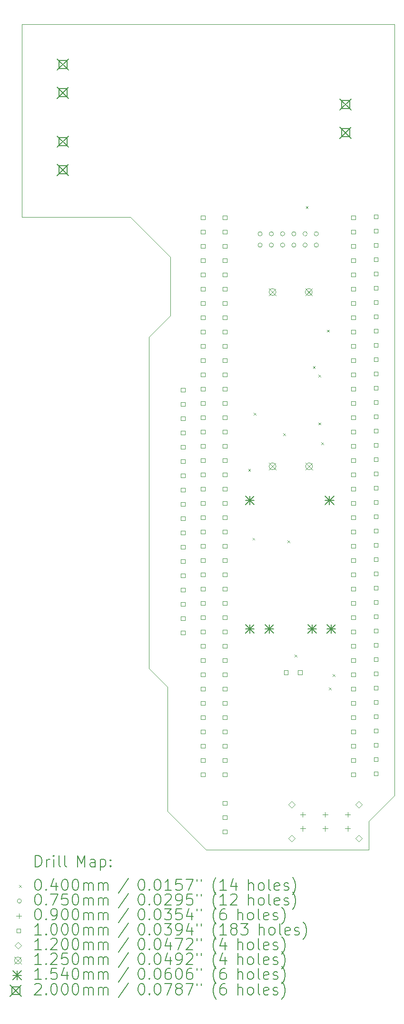
<source format=gbr>
%TF.GenerationSoftware,KiCad,Pcbnew,(7.99.0-200-gad838e3d73)*%
%TF.CreationDate,2024-03-07T11:34:17+07:00*%
%TF.ProjectId,WMS_PCB1,574d535f-5043-4423-912e-6b696361645f,rev?*%
%TF.SameCoordinates,Original*%
%TF.FileFunction,Drillmap*%
%TF.FilePolarity,Positive*%
%FSLAX45Y45*%
G04 Gerber Fmt 4.5, Leading zero omitted, Abs format (unit mm)*
G04 Created by KiCad (PCBNEW (7.99.0-200-gad838e3d73)) date 2024-03-07 11:34:17*
%MOMM*%
%LPD*%
G01*
G04 APERTURE LIST*
%ADD10C,0.100000*%
%ADD11C,0.200000*%
%ADD12C,0.040000*%
%ADD13C,0.075000*%
%ADD14C,0.090000*%
%ADD15C,0.120000*%
%ADD16C,0.125000*%
%ADD17C,0.154000*%
G04 APERTURE END LIST*
D10*
X3810000Y-14579600D02*
X3810000Y-8686800D01*
X1549400Y-3124200D02*
X1676400Y-3124200D01*
X8178800Y-16840200D02*
X7721600Y-17297400D01*
X3810000Y-8686800D02*
X4191000Y-8305800D01*
X1549400Y-6553200D02*
X1549400Y-3124200D01*
X6273800Y-17805400D02*
X7569200Y-17805400D01*
X8178800Y-3124200D02*
X8178800Y-16840200D01*
X4191000Y-7264400D02*
X3479800Y-6553200D01*
X4191000Y-8305800D02*
X4191000Y-7264400D01*
X7569200Y-17805400D02*
X7721600Y-17805400D01*
X4140200Y-14909800D02*
X3810000Y-14579600D01*
X1676400Y-3124200D02*
X8178800Y-3124200D01*
X4826000Y-17805400D02*
X6273800Y-17805400D01*
X7721600Y-17297400D02*
X7721600Y-17805400D01*
X3479800Y-6553200D02*
X1549400Y-6553200D01*
X4826000Y-17805400D02*
X4140200Y-17119600D01*
X4140200Y-17119600D02*
X4140200Y-14909800D01*
D11*
D12*
X5580000Y-11030000D02*
X5620000Y-11070000D01*
X5620000Y-11030000D02*
X5580000Y-11070000D01*
X5655000Y-12255000D02*
X5695000Y-12295000D01*
X5695000Y-12255000D02*
X5655000Y-12295000D01*
X5680000Y-10030000D02*
X5720000Y-10070000D01*
X5720000Y-10030000D02*
X5680000Y-10070000D01*
X6203000Y-10394000D02*
X6243000Y-10434000D01*
X6243000Y-10394000D02*
X6203000Y-10434000D01*
X6279200Y-12299000D02*
X6319200Y-12339000D01*
X6319200Y-12299000D02*
X6279200Y-12339000D01*
X6406200Y-14331000D02*
X6446200Y-14371000D01*
X6446200Y-14331000D02*
X6406200Y-14371000D01*
X6605000Y-6355000D02*
X6645000Y-6395000D01*
X6645000Y-6355000D02*
X6605000Y-6395000D01*
X6730000Y-9205000D02*
X6770000Y-9245000D01*
X6770000Y-9205000D02*
X6730000Y-9245000D01*
X6830000Y-9355000D02*
X6870000Y-9395000D01*
X6870000Y-9355000D02*
X6830000Y-9395000D01*
X6830000Y-10205000D02*
X6870000Y-10245000D01*
X6870000Y-10205000D02*
X6830000Y-10245000D01*
X6880000Y-10555000D02*
X6920000Y-10595000D01*
X6920000Y-10555000D02*
X6880000Y-10595000D01*
X6980000Y-8555000D02*
X7020000Y-8595000D01*
X7020000Y-8555000D02*
X6980000Y-8595000D01*
X7015800Y-14915200D02*
X7055800Y-14955200D01*
X7055800Y-14915200D02*
X7015800Y-14955200D01*
X7080000Y-14680000D02*
X7120000Y-14720000D01*
X7120000Y-14680000D02*
X7080000Y-14720000D01*
D13*
X5828800Y-6848500D02*
G75*
G03*
X5828800Y-6848500I-37500J0D01*
G01*
X5828800Y-7048500D02*
G75*
G03*
X5828800Y-7048500I-37500J0D01*
G01*
X6028800Y-6848500D02*
G75*
G03*
X6028800Y-6848500I-37500J0D01*
G01*
X6028800Y-7048500D02*
G75*
G03*
X6028800Y-7048500I-37500J0D01*
G01*
X6228800Y-6848500D02*
G75*
G03*
X6228800Y-6848500I-37500J0D01*
G01*
X6228800Y-7048500D02*
G75*
G03*
X6228800Y-7048500I-37500J0D01*
G01*
X6428800Y-6848500D02*
G75*
G03*
X6428800Y-6848500I-37500J0D01*
G01*
X6428800Y-7048500D02*
G75*
G03*
X6428800Y-7048500I-37500J0D01*
G01*
X6628800Y-6848500D02*
G75*
G03*
X6628800Y-6848500I-37500J0D01*
G01*
X6628800Y-7048500D02*
G75*
G03*
X6628800Y-7048500I-37500J0D01*
G01*
X6828800Y-6848500D02*
G75*
G03*
X6828800Y-6848500I-37500J0D01*
G01*
X6828800Y-7048500D02*
G75*
G03*
X6828800Y-7048500I-37500J0D01*
G01*
D14*
X6550000Y-17130000D02*
X6550000Y-17220000D01*
X6505000Y-17175000D02*
X6595000Y-17175000D01*
X6550000Y-17380000D02*
X6550000Y-17470000D01*
X6505000Y-17425000D02*
X6595000Y-17425000D01*
X6950000Y-17130000D02*
X6950000Y-17220000D01*
X6905000Y-17175000D02*
X6995000Y-17175000D01*
X6950000Y-17380000D02*
X6950000Y-17470000D01*
X6905000Y-17425000D02*
X6995000Y-17425000D01*
X7350000Y-17130000D02*
X7350000Y-17220000D01*
X7305000Y-17175000D02*
X7395000Y-17175000D01*
X7350000Y-17380000D02*
X7350000Y-17470000D01*
X7305000Y-17425000D02*
X7395000Y-17425000D01*
D10*
X4454956Y-9661956D02*
X4454956Y-9591244D01*
X4384244Y-9591244D01*
X4384244Y-9661956D01*
X4454956Y-9661956D01*
X4454956Y-9915956D02*
X4454956Y-9845244D01*
X4384244Y-9845244D01*
X4384244Y-9915956D01*
X4454956Y-9915956D01*
X4454956Y-10169956D02*
X4454956Y-10099244D01*
X4384244Y-10099244D01*
X4384244Y-10169956D01*
X4454956Y-10169956D01*
X4454956Y-10423956D02*
X4454956Y-10353244D01*
X4384244Y-10353244D01*
X4384244Y-10423956D01*
X4454956Y-10423956D01*
X4454956Y-10677956D02*
X4454956Y-10607244D01*
X4384244Y-10607244D01*
X4384244Y-10677956D01*
X4454956Y-10677956D01*
X4454956Y-10931956D02*
X4454956Y-10861244D01*
X4384244Y-10861244D01*
X4384244Y-10931956D01*
X4454956Y-10931956D01*
X4454956Y-11185956D02*
X4454956Y-11115244D01*
X4384244Y-11115244D01*
X4384244Y-11185956D01*
X4454956Y-11185956D01*
X4454956Y-11439956D02*
X4454956Y-11369244D01*
X4384244Y-11369244D01*
X4384244Y-11439956D01*
X4454956Y-11439956D01*
X4454956Y-11693956D02*
X4454956Y-11623244D01*
X4384244Y-11623244D01*
X4384244Y-11693956D01*
X4454956Y-11693956D01*
X4454956Y-11947956D02*
X4454956Y-11877244D01*
X4384244Y-11877244D01*
X4384244Y-11947956D01*
X4454956Y-11947956D01*
X4454956Y-12201956D02*
X4454956Y-12131244D01*
X4384244Y-12131244D01*
X4384244Y-12201956D01*
X4454956Y-12201956D01*
X4454956Y-12455956D02*
X4454956Y-12385244D01*
X4384244Y-12385244D01*
X4384244Y-12455956D01*
X4454956Y-12455956D01*
X4454956Y-12709956D02*
X4454956Y-12639244D01*
X4384244Y-12639244D01*
X4384244Y-12709956D01*
X4454956Y-12709956D01*
X4454956Y-12963956D02*
X4454956Y-12893244D01*
X4384244Y-12893244D01*
X4384244Y-12963956D01*
X4454956Y-12963956D01*
X4454956Y-13217956D02*
X4454956Y-13147244D01*
X4384244Y-13147244D01*
X4384244Y-13217956D01*
X4454956Y-13217956D01*
X4454956Y-13471956D02*
X4454956Y-13401244D01*
X4384244Y-13401244D01*
X4384244Y-13471956D01*
X4454956Y-13471956D01*
X4454956Y-13725956D02*
X4454956Y-13655244D01*
X4384244Y-13655244D01*
X4384244Y-13725956D01*
X4454956Y-13725956D01*
X4454956Y-13979956D02*
X4454956Y-13909244D01*
X4384244Y-13909244D01*
X4384244Y-13979956D01*
X4454956Y-13979956D01*
X4810356Y-6594356D02*
X4810356Y-6523644D01*
X4739644Y-6523644D01*
X4739644Y-6594356D01*
X4810356Y-6594356D01*
X4810356Y-6848356D02*
X4810356Y-6777644D01*
X4739644Y-6777644D01*
X4739644Y-6848356D01*
X4810356Y-6848356D01*
X4810356Y-7102356D02*
X4810356Y-7031644D01*
X4739644Y-7031644D01*
X4739644Y-7102356D01*
X4810356Y-7102356D01*
X4810356Y-7356356D02*
X4810356Y-7285644D01*
X4739644Y-7285644D01*
X4739644Y-7356356D01*
X4810356Y-7356356D01*
X4810356Y-7610356D02*
X4810356Y-7539644D01*
X4739644Y-7539644D01*
X4739644Y-7610356D01*
X4810356Y-7610356D01*
X4810356Y-7864356D02*
X4810356Y-7793644D01*
X4739644Y-7793644D01*
X4739644Y-7864356D01*
X4810356Y-7864356D01*
X4810356Y-8118356D02*
X4810356Y-8047644D01*
X4739644Y-8047644D01*
X4739644Y-8118356D01*
X4810356Y-8118356D01*
X4810356Y-8372356D02*
X4810356Y-8301644D01*
X4739644Y-8301644D01*
X4739644Y-8372356D01*
X4810356Y-8372356D01*
X4810356Y-8626356D02*
X4810356Y-8555644D01*
X4739644Y-8555644D01*
X4739644Y-8626356D01*
X4810356Y-8626356D01*
X4810356Y-8880356D02*
X4810356Y-8809644D01*
X4739644Y-8809644D01*
X4739644Y-8880356D01*
X4810356Y-8880356D01*
X4810356Y-9134356D02*
X4810356Y-9063644D01*
X4739644Y-9063644D01*
X4739644Y-9134356D01*
X4810356Y-9134356D01*
X4810356Y-9388356D02*
X4810356Y-9317644D01*
X4739644Y-9317644D01*
X4739644Y-9388356D01*
X4810356Y-9388356D01*
X4810356Y-9642356D02*
X4810356Y-9571644D01*
X4739644Y-9571644D01*
X4739644Y-9642356D01*
X4810356Y-9642356D01*
X4810356Y-9896356D02*
X4810356Y-9825644D01*
X4739644Y-9825644D01*
X4739644Y-9896356D01*
X4810356Y-9896356D01*
X4810356Y-10150356D02*
X4810356Y-10079644D01*
X4739644Y-10079644D01*
X4739644Y-10150356D01*
X4810356Y-10150356D01*
X4810356Y-10404356D02*
X4810356Y-10333644D01*
X4739644Y-10333644D01*
X4739644Y-10404356D01*
X4810356Y-10404356D01*
X4810356Y-10658356D02*
X4810356Y-10587644D01*
X4739644Y-10587644D01*
X4739644Y-10658356D01*
X4810356Y-10658356D01*
X4810356Y-10912356D02*
X4810356Y-10841644D01*
X4739644Y-10841644D01*
X4739644Y-10912356D01*
X4810356Y-10912356D01*
X4810356Y-11166356D02*
X4810356Y-11095644D01*
X4739644Y-11095644D01*
X4739644Y-11166356D01*
X4810356Y-11166356D01*
X4810356Y-11420356D02*
X4810356Y-11349644D01*
X4739644Y-11349644D01*
X4739644Y-11420356D01*
X4810356Y-11420356D01*
X4810356Y-11674356D02*
X4810356Y-11603644D01*
X4739644Y-11603644D01*
X4739644Y-11674356D01*
X4810356Y-11674356D01*
X4810356Y-11928356D02*
X4810356Y-11857644D01*
X4739644Y-11857644D01*
X4739644Y-11928356D01*
X4810356Y-11928356D01*
X4810356Y-12182356D02*
X4810356Y-12111644D01*
X4739644Y-12111644D01*
X4739644Y-12182356D01*
X4810356Y-12182356D01*
X4810356Y-12436356D02*
X4810356Y-12365644D01*
X4739644Y-12365644D01*
X4739644Y-12436356D01*
X4810356Y-12436356D01*
X4810356Y-12690356D02*
X4810356Y-12619644D01*
X4739644Y-12619644D01*
X4739644Y-12690356D01*
X4810356Y-12690356D01*
X4810356Y-12944356D02*
X4810356Y-12873644D01*
X4739644Y-12873644D01*
X4739644Y-12944356D01*
X4810356Y-12944356D01*
X4810356Y-13198356D02*
X4810356Y-13127644D01*
X4739644Y-13127644D01*
X4739644Y-13198356D01*
X4810356Y-13198356D01*
X4810356Y-13452356D02*
X4810356Y-13381644D01*
X4739644Y-13381644D01*
X4739644Y-13452356D01*
X4810356Y-13452356D01*
X4810356Y-13706356D02*
X4810356Y-13635644D01*
X4739644Y-13635644D01*
X4739644Y-13706356D01*
X4810356Y-13706356D01*
X4810356Y-13960356D02*
X4810356Y-13889644D01*
X4739644Y-13889644D01*
X4739644Y-13960356D01*
X4810356Y-13960356D01*
X4810356Y-14214356D02*
X4810356Y-14143644D01*
X4739644Y-14143644D01*
X4739644Y-14214356D01*
X4810356Y-14214356D01*
X4810356Y-14468356D02*
X4810356Y-14397644D01*
X4739644Y-14397644D01*
X4739644Y-14468356D01*
X4810356Y-14468356D01*
X4810356Y-14722356D02*
X4810356Y-14651644D01*
X4739644Y-14651644D01*
X4739644Y-14722356D01*
X4810356Y-14722356D01*
X4810356Y-14976356D02*
X4810356Y-14905644D01*
X4739644Y-14905644D01*
X4739644Y-14976356D01*
X4810356Y-14976356D01*
X4810356Y-15230356D02*
X4810356Y-15159644D01*
X4739644Y-15159644D01*
X4739644Y-15230356D01*
X4810356Y-15230356D01*
X4810356Y-15484356D02*
X4810356Y-15413644D01*
X4739644Y-15413644D01*
X4739644Y-15484356D01*
X4810356Y-15484356D01*
X4810356Y-15738356D02*
X4810356Y-15667644D01*
X4739644Y-15667644D01*
X4739644Y-15738356D01*
X4810356Y-15738356D01*
X4810356Y-15992356D02*
X4810356Y-15921644D01*
X4739644Y-15921644D01*
X4739644Y-15992356D01*
X4810356Y-15992356D01*
X4810356Y-16246356D02*
X4810356Y-16175644D01*
X4739644Y-16175644D01*
X4739644Y-16246356D01*
X4810356Y-16246356D01*
X4810356Y-16500356D02*
X4810356Y-16429644D01*
X4739644Y-16429644D01*
X4739644Y-16500356D01*
X4810356Y-16500356D01*
X5197756Y-6592256D02*
X5197756Y-6521544D01*
X5127044Y-6521544D01*
X5127044Y-6592256D01*
X5197756Y-6592256D01*
X5197756Y-6846256D02*
X5197756Y-6775544D01*
X5127044Y-6775544D01*
X5127044Y-6846256D01*
X5197756Y-6846256D01*
X5197756Y-7100256D02*
X5197756Y-7029544D01*
X5127044Y-7029544D01*
X5127044Y-7100256D01*
X5197756Y-7100256D01*
X5197756Y-7354256D02*
X5197756Y-7283544D01*
X5127044Y-7283544D01*
X5127044Y-7354256D01*
X5197756Y-7354256D01*
X5197756Y-7608256D02*
X5197756Y-7537544D01*
X5127044Y-7537544D01*
X5127044Y-7608256D01*
X5197756Y-7608256D01*
X5197756Y-7862256D02*
X5197756Y-7791544D01*
X5127044Y-7791544D01*
X5127044Y-7862256D01*
X5197756Y-7862256D01*
X5197756Y-8116256D02*
X5197756Y-8045544D01*
X5127044Y-8045544D01*
X5127044Y-8116256D01*
X5197756Y-8116256D01*
X5197756Y-8370256D02*
X5197756Y-8299544D01*
X5127044Y-8299544D01*
X5127044Y-8370256D01*
X5197756Y-8370256D01*
X5197756Y-8624256D02*
X5197756Y-8553544D01*
X5127044Y-8553544D01*
X5127044Y-8624256D01*
X5197756Y-8624256D01*
X5197756Y-8878256D02*
X5197756Y-8807544D01*
X5127044Y-8807544D01*
X5127044Y-8878256D01*
X5197756Y-8878256D01*
X5197756Y-9132256D02*
X5197756Y-9061544D01*
X5127044Y-9061544D01*
X5127044Y-9132256D01*
X5197756Y-9132256D01*
X5197756Y-9386256D02*
X5197756Y-9315544D01*
X5127044Y-9315544D01*
X5127044Y-9386256D01*
X5197756Y-9386256D01*
X5197756Y-9640256D02*
X5197756Y-9569544D01*
X5127044Y-9569544D01*
X5127044Y-9640256D01*
X5197756Y-9640256D01*
X5197756Y-9894256D02*
X5197756Y-9823544D01*
X5127044Y-9823544D01*
X5127044Y-9894256D01*
X5197756Y-9894256D01*
X5197756Y-10148256D02*
X5197756Y-10077544D01*
X5127044Y-10077544D01*
X5127044Y-10148256D01*
X5197756Y-10148256D01*
X5197756Y-10402256D02*
X5197756Y-10331544D01*
X5127044Y-10331544D01*
X5127044Y-10402256D01*
X5197756Y-10402256D01*
X5197756Y-10656256D02*
X5197756Y-10585544D01*
X5127044Y-10585544D01*
X5127044Y-10656256D01*
X5197756Y-10656256D01*
X5197756Y-10910256D02*
X5197756Y-10839544D01*
X5127044Y-10839544D01*
X5127044Y-10910256D01*
X5197756Y-10910256D01*
X5197756Y-11164256D02*
X5197756Y-11093544D01*
X5127044Y-11093544D01*
X5127044Y-11164256D01*
X5197756Y-11164256D01*
X5197756Y-11418256D02*
X5197756Y-11347544D01*
X5127044Y-11347544D01*
X5127044Y-11418256D01*
X5197756Y-11418256D01*
X5197756Y-11672256D02*
X5197756Y-11601544D01*
X5127044Y-11601544D01*
X5127044Y-11672256D01*
X5197756Y-11672256D01*
X5197756Y-11926256D02*
X5197756Y-11855544D01*
X5127044Y-11855544D01*
X5127044Y-11926256D01*
X5197756Y-11926256D01*
X5197756Y-12180256D02*
X5197756Y-12109544D01*
X5127044Y-12109544D01*
X5127044Y-12180256D01*
X5197756Y-12180256D01*
X5197756Y-12434256D02*
X5197756Y-12363544D01*
X5127044Y-12363544D01*
X5127044Y-12434256D01*
X5197756Y-12434256D01*
X5197756Y-12688256D02*
X5197756Y-12617544D01*
X5127044Y-12617544D01*
X5127044Y-12688256D01*
X5197756Y-12688256D01*
X5197756Y-12942256D02*
X5197756Y-12871544D01*
X5127044Y-12871544D01*
X5127044Y-12942256D01*
X5197756Y-12942256D01*
X5197756Y-13196256D02*
X5197756Y-13125544D01*
X5127044Y-13125544D01*
X5127044Y-13196256D01*
X5197756Y-13196256D01*
X5197756Y-13450256D02*
X5197756Y-13379544D01*
X5127044Y-13379544D01*
X5127044Y-13450256D01*
X5197756Y-13450256D01*
X5197756Y-13704256D02*
X5197756Y-13633544D01*
X5127044Y-13633544D01*
X5127044Y-13704256D01*
X5197756Y-13704256D01*
X5197756Y-13958256D02*
X5197756Y-13887544D01*
X5127044Y-13887544D01*
X5127044Y-13958256D01*
X5197756Y-13958256D01*
X5197756Y-14212256D02*
X5197756Y-14141544D01*
X5127044Y-14141544D01*
X5127044Y-14212256D01*
X5197756Y-14212256D01*
X5197756Y-14466256D02*
X5197756Y-14395544D01*
X5127044Y-14395544D01*
X5127044Y-14466256D01*
X5197756Y-14466256D01*
X5197756Y-14720256D02*
X5197756Y-14649544D01*
X5127044Y-14649544D01*
X5127044Y-14720256D01*
X5197756Y-14720256D01*
X5197756Y-14974256D02*
X5197756Y-14903544D01*
X5127044Y-14903544D01*
X5127044Y-14974256D01*
X5197756Y-14974256D01*
X5197756Y-15228256D02*
X5197756Y-15157544D01*
X5127044Y-15157544D01*
X5127044Y-15228256D01*
X5197756Y-15228256D01*
X5197756Y-15482256D02*
X5197756Y-15411544D01*
X5127044Y-15411544D01*
X5127044Y-15482256D01*
X5197756Y-15482256D01*
X5197756Y-15736256D02*
X5197756Y-15665544D01*
X5127044Y-15665544D01*
X5127044Y-15736256D01*
X5197756Y-15736256D01*
X5197756Y-15990256D02*
X5197756Y-15919544D01*
X5127044Y-15919544D01*
X5127044Y-15990256D01*
X5197756Y-15990256D01*
X5197756Y-16244256D02*
X5197756Y-16173544D01*
X5127044Y-16173544D01*
X5127044Y-16244256D01*
X5197756Y-16244256D01*
X5197756Y-16498256D02*
X5197756Y-16427544D01*
X5127044Y-16427544D01*
X5127044Y-16498256D01*
X5197756Y-16498256D01*
X5197756Y-17006256D02*
X5197756Y-16935544D01*
X5127044Y-16935544D01*
X5127044Y-17006256D01*
X5197756Y-17006256D01*
X5197756Y-17260256D02*
X5197756Y-17189544D01*
X5127044Y-17189544D01*
X5127044Y-17260256D01*
X5197756Y-17260256D01*
X5197756Y-17514256D02*
X5197756Y-17443544D01*
X5127044Y-17443544D01*
X5127044Y-17514256D01*
X5197756Y-17514256D01*
X6285356Y-14685356D02*
X6285356Y-14614644D01*
X6214644Y-14614644D01*
X6214644Y-14685356D01*
X6285356Y-14685356D01*
X6535356Y-14685356D02*
X6535356Y-14614644D01*
X6464644Y-14614644D01*
X6464644Y-14685356D01*
X6535356Y-14685356D01*
X7483756Y-6592256D02*
X7483756Y-6521544D01*
X7413044Y-6521544D01*
X7413044Y-6592256D01*
X7483756Y-6592256D01*
X7483756Y-6846256D02*
X7483756Y-6775544D01*
X7413044Y-6775544D01*
X7413044Y-6846256D01*
X7483756Y-6846256D01*
X7483756Y-7100256D02*
X7483756Y-7029544D01*
X7413044Y-7029544D01*
X7413044Y-7100256D01*
X7483756Y-7100256D01*
X7483756Y-7354256D02*
X7483756Y-7283544D01*
X7413044Y-7283544D01*
X7413044Y-7354256D01*
X7483756Y-7354256D01*
X7483756Y-7608256D02*
X7483756Y-7537544D01*
X7413044Y-7537544D01*
X7413044Y-7608256D01*
X7483756Y-7608256D01*
X7483756Y-7862256D02*
X7483756Y-7791544D01*
X7413044Y-7791544D01*
X7413044Y-7862256D01*
X7483756Y-7862256D01*
X7483756Y-8116256D02*
X7483756Y-8045544D01*
X7413044Y-8045544D01*
X7413044Y-8116256D01*
X7483756Y-8116256D01*
X7483756Y-8370256D02*
X7483756Y-8299544D01*
X7413044Y-8299544D01*
X7413044Y-8370256D01*
X7483756Y-8370256D01*
X7483756Y-8624256D02*
X7483756Y-8553544D01*
X7413044Y-8553544D01*
X7413044Y-8624256D01*
X7483756Y-8624256D01*
X7483756Y-8878256D02*
X7483756Y-8807544D01*
X7413044Y-8807544D01*
X7413044Y-8878256D01*
X7483756Y-8878256D01*
X7483756Y-9132256D02*
X7483756Y-9061544D01*
X7413044Y-9061544D01*
X7413044Y-9132256D01*
X7483756Y-9132256D01*
X7483756Y-9386256D02*
X7483756Y-9315544D01*
X7413044Y-9315544D01*
X7413044Y-9386256D01*
X7483756Y-9386256D01*
X7483756Y-9640256D02*
X7483756Y-9569544D01*
X7413044Y-9569544D01*
X7413044Y-9640256D01*
X7483756Y-9640256D01*
X7483756Y-9894256D02*
X7483756Y-9823544D01*
X7413044Y-9823544D01*
X7413044Y-9894256D01*
X7483756Y-9894256D01*
X7483756Y-10148256D02*
X7483756Y-10077544D01*
X7413044Y-10077544D01*
X7413044Y-10148256D01*
X7483756Y-10148256D01*
X7483756Y-10402256D02*
X7483756Y-10331544D01*
X7413044Y-10331544D01*
X7413044Y-10402256D01*
X7483756Y-10402256D01*
X7483756Y-10656256D02*
X7483756Y-10585544D01*
X7413044Y-10585544D01*
X7413044Y-10656256D01*
X7483756Y-10656256D01*
X7483756Y-10910256D02*
X7483756Y-10839544D01*
X7413044Y-10839544D01*
X7413044Y-10910256D01*
X7483756Y-10910256D01*
X7483756Y-11164256D02*
X7483756Y-11093544D01*
X7413044Y-11093544D01*
X7413044Y-11164256D01*
X7483756Y-11164256D01*
X7483756Y-11418256D02*
X7483756Y-11347544D01*
X7413044Y-11347544D01*
X7413044Y-11418256D01*
X7483756Y-11418256D01*
X7483756Y-11672256D02*
X7483756Y-11601544D01*
X7413044Y-11601544D01*
X7413044Y-11672256D01*
X7483756Y-11672256D01*
X7483756Y-11926256D02*
X7483756Y-11855544D01*
X7413044Y-11855544D01*
X7413044Y-11926256D01*
X7483756Y-11926256D01*
X7483756Y-12180256D02*
X7483756Y-12109544D01*
X7413044Y-12109544D01*
X7413044Y-12180256D01*
X7483756Y-12180256D01*
X7483756Y-12434256D02*
X7483756Y-12363544D01*
X7413044Y-12363544D01*
X7413044Y-12434256D01*
X7483756Y-12434256D01*
X7483756Y-12688256D02*
X7483756Y-12617544D01*
X7413044Y-12617544D01*
X7413044Y-12688256D01*
X7483756Y-12688256D01*
X7483756Y-12942256D02*
X7483756Y-12871544D01*
X7413044Y-12871544D01*
X7413044Y-12942256D01*
X7483756Y-12942256D01*
X7483756Y-13196256D02*
X7483756Y-13125544D01*
X7413044Y-13125544D01*
X7413044Y-13196256D01*
X7483756Y-13196256D01*
X7483756Y-13450256D02*
X7483756Y-13379544D01*
X7413044Y-13379544D01*
X7413044Y-13450256D01*
X7483756Y-13450256D01*
X7483756Y-13704256D02*
X7483756Y-13633544D01*
X7413044Y-13633544D01*
X7413044Y-13704256D01*
X7483756Y-13704256D01*
X7483756Y-13958256D02*
X7483756Y-13887544D01*
X7413044Y-13887544D01*
X7413044Y-13958256D01*
X7483756Y-13958256D01*
X7483756Y-14212256D02*
X7483756Y-14141544D01*
X7413044Y-14141544D01*
X7413044Y-14212256D01*
X7483756Y-14212256D01*
X7483756Y-14466256D02*
X7483756Y-14395544D01*
X7413044Y-14395544D01*
X7413044Y-14466256D01*
X7483756Y-14466256D01*
X7483756Y-14720256D02*
X7483756Y-14649544D01*
X7413044Y-14649544D01*
X7413044Y-14720256D01*
X7483756Y-14720256D01*
X7483756Y-14974256D02*
X7483756Y-14903544D01*
X7413044Y-14903544D01*
X7413044Y-14974256D01*
X7483756Y-14974256D01*
X7483756Y-15228256D02*
X7483756Y-15157544D01*
X7413044Y-15157544D01*
X7413044Y-15228256D01*
X7483756Y-15228256D01*
X7483756Y-15482256D02*
X7483756Y-15411544D01*
X7413044Y-15411544D01*
X7413044Y-15482256D01*
X7483756Y-15482256D01*
X7483756Y-15736256D02*
X7483756Y-15665544D01*
X7413044Y-15665544D01*
X7413044Y-15736256D01*
X7483756Y-15736256D01*
X7483756Y-15990256D02*
X7483756Y-15919544D01*
X7413044Y-15919544D01*
X7413044Y-15990256D01*
X7483756Y-15990256D01*
X7483756Y-16244256D02*
X7483756Y-16173544D01*
X7413044Y-16173544D01*
X7413044Y-16244256D01*
X7483756Y-16244256D01*
X7483756Y-16498256D02*
X7483756Y-16427544D01*
X7413044Y-16427544D01*
X7413044Y-16498256D01*
X7483756Y-16498256D01*
X7885356Y-6577356D02*
X7885356Y-6506644D01*
X7814644Y-6506644D01*
X7814644Y-6577356D01*
X7885356Y-6577356D01*
X7885356Y-6831356D02*
X7885356Y-6760644D01*
X7814644Y-6760644D01*
X7814644Y-6831356D01*
X7885356Y-6831356D01*
X7885356Y-7085356D02*
X7885356Y-7014644D01*
X7814644Y-7014644D01*
X7814644Y-7085356D01*
X7885356Y-7085356D01*
X7885356Y-7339356D02*
X7885356Y-7268644D01*
X7814644Y-7268644D01*
X7814644Y-7339356D01*
X7885356Y-7339356D01*
X7885356Y-7593356D02*
X7885356Y-7522644D01*
X7814644Y-7522644D01*
X7814644Y-7593356D01*
X7885356Y-7593356D01*
X7885356Y-7847356D02*
X7885356Y-7776644D01*
X7814644Y-7776644D01*
X7814644Y-7847356D01*
X7885356Y-7847356D01*
X7885356Y-8101356D02*
X7885356Y-8030644D01*
X7814644Y-8030644D01*
X7814644Y-8101356D01*
X7885356Y-8101356D01*
X7885356Y-8355356D02*
X7885356Y-8284644D01*
X7814644Y-8284644D01*
X7814644Y-8355356D01*
X7885356Y-8355356D01*
X7885356Y-8609356D02*
X7885356Y-8538644D01*
X7814644Y-8538644D01*
X7814644Y-8609356D01*
X7885356Y-8609356D01*
X7885356Y-8863356D02*
X7885356Y-8792644D01*
X7814644Y-8792644D01*
X7814644Y-8863356D01*
X7885356Y-8863356D01*
X7885356Y-9117356D02*
X7885356Y-9046644D01*
X7814644Y-9046644D01*
X7814644Y-9117356D01*
X7885356Y-9117356D01*
X7885356Y-9371356D02*
X7885356Y-9300644D01*
X7814644Y-9300644D01*
X7814644Y-9371356D01*
X7885356Y-9371356D01*
X7885356Y-9625356D02*
X7885356Y-9554644D01*
X7814644Y-9554644D01*
X7814644Y-9625356D01*
X7885356Y-9625356D01*
X7885356Y-9879356D02*
X7885356Y-9808644D01*
X7814644Y-9808644D01*
X7814644Y-9879356D01*
X7885356Y-9879356D01*
X7885356Y-10133356D02*
X7885356Y-10062644D01*
X7814644Y-10062644D01*
X7814644Y-10133356D01*
X7885356Y-10133356D01*
X7885356Y-10387356D02*
X7885356Y-10316644D01*
X7814644Y-10316644D01*
X7814644Y-10387356D01*
X7885356Y-10387356D01*
X7885356Y-10641356D02*
X7885356Y-10570644D01*
X7814644Y-10570644D01*
X7814644Y-10641356D01*
X7885356Y-10641356D01*
X7885356Y-10895356D02*
X7885356Y-10824644D01*
X7814644Y-10824644D01*
X7814644Y-10895356D01*
X7885356Y-10895356D01*
X7885356Y-11149356D02*
X7885356Y-11078644D01*
X7814644Y-11078644D01*
X7814644Y-11149356D01*
X7885356Y-11149356D01*
X7885356Y-11403356D02*
X7885356Y-11332644D01*
X7814644Y-11332644D01*
X7814644Y-11403356D01*
X7885356Y-11403356D01*
X7885356Y-11657356D02*
X7885356Y-11586644D01*
X7814644Y-11586644D01*
X7814644Y-11657356D01*
X7885356Y-11657356D01*
X7885356Y-11911356D02*
X7885356Y-11840644D01*
X7814644Y-11840644D01*
X7814644Y-11911356D01*
X7885356Y-11911356D01*
X7885356Y-12165356D02*
X7885356Y-12094644D01*
X7814644Y-12094644D01*
X7814644Y-12165356D01*
X7885356Y-12165356D01*
X7885356Y-12419356D02*
X7885356Y-12348644D01*
X7814644Y-12348644D01*
X7814644Y-12419356D01*
X7885356Y-12419356D01*
X7885356Y-12673356D02*
X7885356Y-12602644D01*
X7814644Y-12602644D01*
X7814644Y-12673356D01*
X7885356Y-12673356D01*
X7885356Y-12927356D02*
X7885356Y-12856644D01*
X7814644Y-12856644D01*
X7814644Y-12927356D01*
X7885356Y-12927356D01*
X7885356Y-13181356D02*
X7885356Y-13110644D01*
X7814644Y-13110644D01*
X7814644Y-13181356D01*
X7885356Y-13181356D01*
X7885356Y-13435356D02*
X7885356Y-13364644D01*
X7814644Y-13364644D01*
X7814644Y-13435356D01*
X7885356Y-13435356D01*
X7885356Y-13689356D02*
X7885356Y-13618644D01*
X7814644Y-13618644D01*
X7814644Y-13689356D01*
X7885356Y-13689356D01*
X7885356Y-13943356D02*
X7885356Y-13872644D01*
X7814644Y-13872644D01*
X7814644Y-13943356D01*
X7885356Y-13943356D01*
X7885356Y-14197356D02*
X7885356Y-14126644D01*
X7814644Y-14126644D01*
X7814644Y-14197356D01*
X7885356Y-14197356D01*
X7885356Y-14451356D02*
X7885356Y-14380644D01*
X7814644Y-14380644D01*
X7814644Y-14451356D01*
X7885356Y-14451356D01*
X7885356Y-14705356D02*
X7885356Y-14634644D01*
X7814644Y-14634644D01*
X7814644Y-14705356D01*
X7885356Y-14705356D01*
X7885356Y-14959356D02*
X7885356Y-14888644D01*
X7814644Y-14888644D01*
X7814644Y-14959356D01*
X7885356Y-14959356D01*
X7885356Y-15213356D02*
X7885356Y-15142644D01*
X7814644Y-15142644D01*
X7814644Y-15213356D01*
X7885356Y-15213356D01*
X7885356Y-15467356D02*
X7885356Y-15396644D01*
X7814644Y-15396644D01*
X7814644Y-15467356D01*
X7885356Y-15467356D01*
X7885356Y-15721356D02*
X7885356Y-15650644D01*
X7814644Y-15650644D01*
X7814644Y-15721356D01*
X7885356Y-15721356D01*
X7885356Y-15975356D02*
X7885356Y-15904644D01*
X7814644Y-15904644D01*
X7814644Y-15975356D01*
X7885356Y-15975356D01*
X7885356Y-16229356D02*
X7885356Y-16158644D01*
X7814644Y-16158644D01*
X7814644Y-16229356D01*
X7885356Y-16229356D01*
X7885356Y-16483356D02*
X7885356Y-16412644D01*
X7814644Y-16412644D01*
X7814644Y-16483356D01*
X7885356Y-16483356D01*
D15*
X6350000Y-17060000D02*
X6410000Y-17000000D01*
X6350000Y-16940000D01*
X6290000Y-17000000D01*
X6350000Y-17060000D01*
X6350000Y-17660000D02*
X6410000Y-17600000D01*
X6350000Y-17540000D01*
X6290000Y-17600000D01*
X6350000Y-17660000D01*
X7550000Y-17060000D02*
X7610000Y-17000000D01*
X7550000Y-16940000D01*
X7490000Y-17000000D01*
X7550000Y-17060000D01*
X7550000Y-17660000D02*
X7610000Y-17600000D01*
X7550000Y-17540000D01*
X7490000Y-17600000D01*
X7550000Y-17660000D01*
D16*
X5949800Y-7821200D02*
X6074800Y-7946200D01*
X6074800Y-7821200D02*
X5949800Y-7946200D01*
X6074800Y-7883700D02*
G75*
G03*
X6074800Y-7883700I-62500J0D01*
G01*
X5949800Y-10921200D02*
X6074800Y-11046200D01*
X6074800Y-10921200D02*
X5949800Y-11046200D01*
X6074800Y-10983700D02*
G75*
G03*
X6074800Y-10983700I-62500J0D01*
G01*
X6594800Y-7821200D02*
X6719800Y-7946200D01*
X6719800Y-7821200D02*
X6594800Y-7946200D01*
X6719800Y-7883700D02*
G75*
G03*
X6719800Y-7883700I-62500J0D01*
G01*
X6599800Y-10921200D02*
X6724800Y-11046200D01*
X6724800Y-10921200D02*
X6599800Y-11046200D01*
X6724800Y-10983700D02*
G75*
G03*
X6724800Y-10983700I-62500J0D01*
G01*
D17*
X5528600Y-11510300D02*
X5682600Y-11664300D01*
X5682600Y-11510300D02*
X5528600Y-11664300D01*
X5605600Y-11510300D02*
X5605600Y-11664300D01*
X5528600Y-11587300D02*
X5682600Y-11587300D01*
X5528600Y-13800300D02*
X5682600Y-13954300D01*
X5682600Y-13800300D02*
X5528600Y-13954300D01*
X5605600Y-13800300D02*
X5605600Y-13954300D01*
X5528600Y-13877300D02*
X5682600Y-13877300D01*
X5878600Y-13800300D02*
X6032600Y-13954300D01*
X6032600Y-13800300D02*
X5878600Y-13954300D01*
X5955600Y-13800300D02*
X5955600Y-13954300D01*
X5878600Y-13877300D02*
X6032600Y-13877300D01*
X6638600Y-13800300D02*
X6792600Y-13954300D01*
X6792600Y-13800300D02*
X6638600Y-13954300D01*
X6715600Y-13800300D02*
X6715600Y-13954300D01*
X6638600Y-13877300D02*
X6792600Y-13877300D01*
X6948600Y-11510300D02*
X7102600Y-11664300D01*
X7102600Y-11510300D02*
X6948600Y-11664300D01*
X7025600Y-11510300D02*
X7025600Y-11664300D01*
X6948600Y-11587300D02*
X7102600Y-11587300D01*
X6978600Y-13800300D02*
X7132600Y-13954300D01*
X7132600Y-13800300D02*
X6978600Y-13954300D01*
X7055600Y-13800300D02*
X7055600Y-13954300D01*
X6978600Y-13877300D02*
X7132600Y-13877300D01*
D11*
X2182750Y-3738800D02*
X2382750Y-3938800D01*
X2382750Y-3738800D02*
X2182750Y-3938800D01*
X2353461Y-3909511D02*
X2353461Y-3768089D01*
X2212039Y-3768089D01*
X2212039Y-3909511D01*
X2353461Y-3909511D01*
X2182750Y-4238800D02*
X2382750Y-4438800D01*
X2382750Y-4238800D02*
X2182750Y-4438800D01*
X2353461Y-4409511D02*
X2353461Y-4268089D01*
X2212039Y-4268089D01*
X2212039Y-4409511D01*
X2353461Y-4409511D01*
X2182750Y-5110400D02*
X2382750Y-5310400D01*
X2382750Y-5110400D02*
X2182750Y-5310400D01*
X2353461Y-5281111D02*
X2353461Y-5139689D01*
X2212039Y-5139689D01*
X2212039Y-5281111D01*
X2353461Y-5281111D01*
X2182750Y-5610400D02*
X2382750Y-5810400D01*
X2382750Y-5610400D02*
X2182750Y-5810400D01*
X2353461Y-5781111D02*
X2353461Y-5639689D01*
X2212039Y-5639689D01*
X2212039Y-5781111D01*
X2353461Y-5781111D01*
X7211950Y-4450000D02*
X7411950Y-4650000D01*
X7411950Y-4450000D02*
X7211950Y-4650000D01*
X7382661Y-4620711D02*
X7382661Y-4479289D01*
X7241239Y-4479289D01*
X7241239Y-4620711D01*
X7382661Y-4620711D01*
X7211950Y-4950000D02*
X7411950Y-5150000D01*
X7411950Y-4950000D02*
X7211950Y-5150000D01*
X7382661Y-5120711D02*
X7382661Y-4979289D01*
X7241239Y-4979289D01*
X7241239Y-5120711D01*
X7382661Y-5120711D01*
X1792019Y-18103876D02*
X1792019Y-17903876D01*
X1792019Y-17903876D02*
X1839638Y-17903876D01*
X1839638Y-17903876D02*
X1868209Y-17913400D01*
X1868209Y-17913400D02*
X1887257Y-17932448D01*
X1887257Y-17932448D02*
X1896781Y-17951495D01*
X1896781Y-17951495D02*
X1906305Y-17989590D01*
X1906305Y-17989590D02*
X1906305Y-18018162D01*
X1906305Y-18018162D02*
X1896781Y-18056257D01*
X1896781Y-18056257D02*
X1887257Y-18075305D01*
X1887257Y-18075305D02*
X1868209Y-18094352D01*
X1868209Y-18094352D02*
X1839638Y-18103876D01*
X1839638Y-18103876D02*
X1792019Y-18103876D01*
X1992019Y-18103876D02*
X1992019Y-17970543D01*
X1992019Y-18008638D02*
X2001543Y-17989590D01*
X2001543Y-17989590D02*
X2011067Y-17980067D01*
X2011067Y-17980067D02*
X2030114Y-17970543D01*
X2030114Y-17970543D02*
X2049162Y-17970543D01*
X2115829Y-18103876D02*
X2115829Y-17970543D01*
X2115829Y-17903876D02*
X2106305Y-17913400D01*
X2106305Y-17913400D02*
X2115829Y-17922924D01*
X2115829Y-17922924D02*
X2125352Y-17913400D01*
X2125352Y-17913400D02*
X2115829Y-17903876D01*
X2115829Y-17903876D02*
X2115829Y-17922924D01*
X2239638Y-18103876D02*
X2220590Y-18094352D01*
X2220590Y-18094352D02*
X2211067Y-18075305D01*
X2211067Y-18075305D02*
X2211067Y-17903876D01*
X2344400Y-18103876D02*
X2325352Y-18094352D01*
X2325352Y-18094352D02*
X2315829Y-18075305D01*
X2315829Y-18075305D02*
X2315829Y-17903876D01*
X2540590Y-18103876D02*
X2540590Y-17903876D01*
X2540590Y-17903876D02*
X2607257Y-18046733D01*
X2607257Y-18046733D02*
X2673924Y-17903876D01*
X2673924Y-17903876D02*
X2673924Y-18103876D01*
X2854876Y-18103876D02*
X2854876Y-17999114D01*
X2854876Y-17999114D02*
X2845352Y-17980067D01*
X2845352Y-17980067D02*
X2826305Y-17970543D01*
X2826305Y-17970543D02*
X2788209Y-17970543D01*
X2788209Y-17970543D02*
X2769162Y-17980067D01*
X2854876Y-18094352D02*
X2835828Y-18103876D01*
X2835828Y-18103876D02*
X2788209Y-18103876D01*
X2788209Y-18103876D02*
X2769162Y-18094352D01*
X2769162Y-18094352D02*
X2759638Y-18075305D01*
X2759638Y-18075305D02*
X2759638Y-18056257D01*
X2759638Y-18056257D02*
X2769162Y-18037210D01*
X2769162Y-18037210D02*
X2788209Y-18027686D01*
X2788209Y-18027686D02*
X2835828Y-18027686D01*
X2835828Y-18027686D02*
X2854876Y-18018162D01*
X2950114Y-17970543D02*
X2950114Y-18170543D01*
X2950114Y-17980067D02*
X2969162Y-17970543D01*
X2969162Y-17970543D02*
X3007257Y-17970543D01*
X3007257Y-17970543D02*
X3026305Y-17980067D01*
X3026305Y-17980067D02*
X3035828Y-17989590D01*
X3035828Y-17989590D02*
X3045352Y-18008638D01*
X3045352Y-18008638D02*
X3045352Y-18065781D01*
X3045352Y-18065781D02*
X3035828Y-18084829D01*
X3035828Y-18084829D02*
X3026305Y-18094352D01*
X3026305Y-18094352D02*
X3007257Y-18103876D01*
X3007257Y-18103876D02*
X2969162Y-18103876D01*
X2969162Y-18103876D02*
X2950114Y-18094352D01*
X3131067Y-18084829D02*
X3140590Y-18094352D01*
X3140590Y-18094352D02*
X3131067Y-18103876D01*
X3131067Y-18103876D02*
X3121543Y-18094352D01*
X3121543Y-18094352D02*
X3131067Y-18084829D01*
X3131067Y-18084829D02*
X3131067Y-18103876D01*
X3131067Y-17980067D02*
X3140590Y-17989590D01*
X3140590Y-17989590D02*
X3131067Y-17999114D01*
X3131067Y-17999114D02*
X3121543Y-17989590D01*
X3121543Y-17989590D02*
X3131067Y-17980067D01*
X3131067Y-17980067D02*
X3131067Y-17999114D01*
D12*
X1504400Y-18430400D02*
X1544400Y-18470400D01*
X1544400Y-18430400D02*
X1504400Y-18470400D01*
D11*
X1830114Y-18323876D02*
X1849162Y-18323876D01*
X1849162Y-18323876D02*
X1868209Y-18333400D01*
X1868209Y-18333400D02*
X1877733Y-18342924D01*
X1877733Y-18342924D02*
X1887257Y-18361971D01*
X1887257Y-18361971D02*
X1896781Y-18400067D01*
X1896781Y-18400067D02*
X1896781Y-18447686D01*
X1896781Y-18447686D02*
X1887257Y-18485781D01*
X1887257Y-18485781D02*
X1877733Y-18504829D01*
X1877733Y-18504829D02*
X1868209Y-18514352D01*
X1868209Y-18514352D02*
X1849162Y-18523876D01*
X1849162Y-18523876D02*
X1830114Y-18523876D01*
X1830114Y-18523876D02*
X1811067Y-18514352D01*
X1811067Y-18514352D02*
X1801543Y-18504829D01*
X1801543Y-18504829D02*
X1792019Y-18485781D01*
X1792019Y-18485781D02*
X1782495Y-18447686D01*
X1782495Y-18447686D02*
X1782495Y-18400067D01*
X1782495Y-18400067D02*
X1792019Y-18361971D01*
X1792019Y-18361971D02*
X1801543Y-18342924D01*
X1801543Y-18342924D02*
X1811067Y-18333400D01*
X1811067Y-18333400D02*
X1830114Y-18323876D01*
X1982495Y-18504829D02*
X1992019Y-18514352D01*
X1992019Y-18514352D02*
X1982495Y-18523876D01*
X1982495Y-18523876D02*
X1972971Y-18514352D01*
X1972971Y-18514352D02*
X1982495Y-18504829D01*
X1982495Y-18504829D02*
X1982495Y-18523876D01*
X2163448Y-18390543D02*
X2163448Y-18523876D01*
X2115829Y-18314352D02*
X2068209Y-18457210D01*
X2068209Y-18457210D02*
X2192019Y-18457210D01*
X2306305Y-18323876D02*
X2325352Y-18323876D01*
X2325352Y-18323876D02*
X2344400Y-18333400D01*
X2344400Y-18333400D02*
X2353924Y-18342924D01*
X2353924Y-18342924D02*
X2363448Y-18361971D01*
X2363448Y-18361971D02*
X2372971Y-18400067D01*
X2372971Y-18400067D02*
X2372971Y-18447686D01*
X2372971Y-18447686D02*
X2363448Y-18485781D01*
X2363448Y-18485781D02*
X2353924Y-18504829D01*
X2353924Y-18504829D02*
X2344400Y-18514352D01*
X2344400Y-18514352D02*
X2325352Y-18523876D01*
X2325352Y-18523876D02*
X2306305Y-18523876D01*
X2306305Y-18523876D02*
X2287257Y-18514352D01*
X2287257Y-18514352D02*
X2277733Y-18504829D01*
X2277733Y-18504829D02*
X2268210Y-18485781D01*
X2268210Y-18485781D02*
X2258686Y-18447686D01*
X2258686Y-18447686D02*
X2258686Y-18400067D01*
X2258686Y-18400067D02*
X2268210Y-18361971D01*
X2268210Y-18361971D02*
X2277733Y-18342924D01*
X2277733Y-18342924D02*
X2287257Y-18333400D01*
X2287257Y-18333400D02*
X2306305Y-18323876D01*
X2496781Y-18323876D02*
X2515829Y-18323876D01*
X2515829Y-18323876D02*
X2534876Y-18333400D01*
X2534876Y-18333400D02*
X2544400Y-18342924D01*
X2544400Y-18342924D02*
X2553924Y-18361971D01*
X2553924Y-18361971D02*
X2563448Y-18400067D01*
X2563448Y-18400067D02*
X2563448Y-18447686D01*
X2563448Y-18447686D02*
X2553924Y-18485781D01*
X2553924Y-18485781D02*
X2544400Y-18504829D01*
X2544400Y-18504829D02*
X2534876Y-18514352D01*
X2534876Y-18514352D02*
X2515829Y-18523876D01*
X2515829Y-18523876D02*
X2496781Y-18523876D01*
X2496781Y-18523876D02*
X2477733Y-18514352D01*
X2477733Y-18514352D02*
X2468210Y-18504829D01*
X2468210Y-18504829D02*
X2458686Y-18485781D01*
X2458686Y-18485781D02*
X2449162Y-18447686D01*
X2449162Y-18447686D02*
X2449162Y-18400067D01*
X2449162Y-18400067D02*
X2458686Y-18361971D01*
X2458686Y-18361971D02*
X2468210Y-18342924D01*
X2468210Y-18342924D02*
X2477733Y-18333400D01*
X2477733Y-18333400D02*
X2496781Y-18323876D01*
X2649162Y-18523876D02*
X2649162Y-18390543D01*
X2649162Y-18409590D02*
X2658686Y-18400067D01*
X2658686Y-18400067D02*
X2677733Y-18390543D01*
X2677733Y-18390543D02*
X2706305Y-18390543D01*
X2706305Y-18390543D02*
X2725352Y-18400067D01*
X2725352Y-18400067D02*
X2734876Y-18419114D01*
X2734876Y-18419114D02*
X2734876Y-18523876D01*
X2734876Y-18419114D02*
X2744400Y-18400067D01*
X2744400Y-18400067D02*
X2763448Y-18390543D01*
X2763448Y-18390543D02*
X2792019Y-18390543D01*
X2792019Y-18390543D02*
X2811067Y-18400067D01*
X2811067Y-18400067D02*
X2820590Y-18419114D01*
X2820590Y-18419114D02*
X2820590Y-18523876D01*
X2915829Y-18523876D02*
X2915829Y-18390543D01*
X2915829Y-18409590D02*
X2925352Y-18400067D01*
X2925352Y-18400067D02*
X2944400Y-18390543D01*
X2944400Y-18390543D02*
X2972971Y-18390543D01*
X2972971Y-18390543D02*
X2992019Y-18400067D01*
X2992019Y-18400067D02*
X3001543Y-18419114D01*
X3001543Y-18419114D02*
X3001543Y-18523876D01*
X3001543Y-18419114D02*
X3011067Y-18400067D01*
X3011067Y-18400067D02*
X3030114Y-18390543D01*
X3030114Y-18390543D02*
X3058686Y-18390543D01*
X3058686Y-18390543D02*
X3077733Y-18400067D01*
X3077733Y-18400067D02*
X3087257Y-18419114D01*
X3087257Y-18419114D02*
X3087257Y-18523876D01*
X3445352Y-18314352D02*
X3273924Y-18571495D01*
X3670114Y-18323876D02*
X3689162Y-18323876D01*
X3689162Y-18323876D02*
X3708210Y-18333400D01*
X3708210Y-18333400D02*
X3717733Y-18342924D01*
X3717733Y-18342924D02*
X3727257Y-18361971D01*
X3727257Y-18361971D02*
X3736781Y-18400067D01*
X3736781Y-18400067D02*
X3736781Y-18447686D01*
X3736781Y-18447686D02*
X3727257Y-18485781D01*
X3727257Y-18485781D02*
X3717733Y-18504829D01*
X3717733Y-18504829D02*
X3708210Y-18514352D01*
X3708210Y-18514352D02*
X3689162Y-18523876D01*
X3689162Y-18523876D02*
X3670114Y-18523876D01*
X3670114Y-18523876D02*
X3651067Y-18514352D01*
X3651067Y-18514352D02*
X3641543Y-18504829D01*
X3641543Y-18504829D02*
X3632019Y-18485781D01*
X3632019Y-18485781D02*
X3622495Y-18447686D01*
X3622495Y-18447686D02*
X3622495Y-18400067D01*
X3622495Y-18400067D02*
X3632019Y-18361971D01*
X3632019Y-18361971D02*
X3641543Y-18342924D01*
X3641543Y-18342924D02*
X3651067Y-18333400D01*
X3651067Y-18333400D02*
X3670114Y-18323876D01*
X3822495Y-18504829D02*
X3832019Y-18514352D01*
X3832019Y-18514352D02*
X3822495Y-18523876D01*
X3822495Y-18523876D02*
X3812971Y-18514352D01*
X3812971Y-18514352D02*
X3822495Y-18504829D01*
X3822495Y-18504829D02*
X3822495Y-18523876D01*
X3955829Y-18323876D02*
X3974876Y-18323876D01*
X3974876Y-18323876D02*
X3993924Y-18333400D01*
X3993924Y-18333400D02*
X4003448Y-18342924D01*
X4003448Y-18342924D02*
X4012971Y-18361971D01*
X4012971Y-18361971D02*
X4022495Y-18400067D01*
X4022495Y-18400067D02*
X4022495Y-18447686D01*
X4022495Y-18447686D02*
X4012971Y-18485781D01*
X4012971Y-18485781D02*
X4003448Y-18504829D01*
X4003448Y-18504829D02*
X3993924Y-18514352D01*
X3993924Y-18514352D02*
X3974876Y-18523876D01*
X3974876Y-18523876D02*
X3955829Y-18523876D01*
X3955829Y-18523876D02*
X3936781Y-18514352D01*
X3936781Y-18514352D02*
X3927257Y-18504829D01*
X3927257Y-18504829D02*
X3917733Y-18485781D01*
X3917733Y-18485781D02*
X3908210Y-18447686D01*
X3908210Y-18447686D02*
X3908210Y-18400067D01*
X3908210Y-18400067D02*
X3917733Y-18361971D01*
X3917733Y-18361971D02*
X3927257Y-18342924D01*
X3927257Y-18342924D02*
X3936781Y-18333400D01*
X3936781Y-18333400D02*
X3955829Y-18323876D01*
X4212972Y-18523876D02*
X4098686Y-18523876D01*
X4155829Y-18523876D02*
X4155829Y-18323876D01*
X4155829Y-18323876D02*
X4136781Y-18352448D01*
X4136781Y-18352448D02*
X4117733Y-18371495D01*
X4117733Y-18371495D02*
X4098686Y-18381019D01*
X4393924Y-18323876D02*
X4298686Y-18323876D01*
X4298686Y-18323876D02*
X4289162Y-18419114D01*
X4289162Y-18419114D02*
X4298686Y-18409590D01*
X4298686Y-18409590D02*
X4317733Y-18400067D01*
X4317733Y-18400067D02*
X4365353Y-18400067D01*
X4365353Y-18400067D02*
X4384400Y-18409590D01*
X4384400Y-18409590D02*
X4393924Y-18419114D01*
X4393924Y-18419114D02*
X4403448Y-18438162D01*
X4403448Y-18438162D02*
X4403448Y-18485781D01*
X4403448Y-18485781D02*
X4393924Y-18504829D01*
X4393924Y-18504829D02*
X4384400Y-18514352D01*
X4384400Y-18514352D02*
X4365353Y-18523876D01*
X4365353Y-18523876D02*
X4317733Y-18523876D01*
X4317733Y-18523876D02*
X4298686Y-18514352D01*
X4298686Y-18514352D02*
X4289162Y-18504829D01*
X4470114Y-18323876D02*
X4603448Y-18323876D01*
X4603448Y-18323876D02*
X4517733Y-18523876D01*
X4670114Y-18323876D02*
X4670114Y-18361971D01*
X4746305Y-18323876D02*
X4746305Y-18361971D01*
X5009162Y-18600067D02*
X4999638Y-18590543D01*
X4999638Y-18590543D02*
X4980591Y-18561971D01*
X4980591Y-18561971D02*
X4971067Y-18542924D01*
X4971067Y-18542924D02*
X4961543Y-18514352D01*
X4961543Y-18514352D02*
X4952019Y-18466733D01*
X4952019Y-18466733D02*
X4952019Y-18428638D01*
X4952019Y-18428638D02*
X4961543Y-18381019D01*
X4961543Y-18381019D02*
X4971067Y-18352448D01*
X4971067Y-18352448D02*
X4980591Y-18333400D01*
X4980591Y-18333400D02*
X4999638Y-18304829D01*
X4999638Y-18304829D02*
X5009162Y-18295305D01*
X5190114Y-18523876D02*
X5075829Y-18523876D01*
X5132972Y-18523876D02*
X5132972Y-18323876D01*
X5132972Y-18323876D02*
X5113924Y-18352448D01*
X5113924Y-18352448D02*
X5094876Y-18371495D01*
X5094876Y-18371495D02*
X5075829Y-18381019D01*
X5361543Y-18390543D02*
X5361543Y-18523876D01*
X5313924Y-18314352D02*
X5266305Y-18457210D01*
X5266305Y-18457210D02*
X5390114Y-18457210D01*
X5586305Y-18523876D02*
X5586305Y-18323876D01*
X5672019Y-18523876D02*
X5672019Y-18419114D01*
X5672019Y-18419114D02*
X5662495Y-18400067D01*
X5662495Y-18400067D02*
X5643448Y-18390543D01*
X5643448Y-18390543D02*
X5614876Y-18390543D01*
X5614876Y-18390543D02*
X5595829Y-18400067D01*
X5595829Y-18400067D02*
X5586305Y-18409590D01*
X5795829Y-18523876D02*
X5776781Y-18514352D01*
X5776781Y-18514352D02*
X5767257Y-18504829D01*
X5767257Y-18504829D02*
X5757733Y-18485781D01*
X5757733Y-18485781D02*
X5757733Y-18428638D01*
X5757733Y-18428638D02*
X5767257Y-18409590D01*
X5767257Y-18409590D02*
X5776781Y-18400067D01*
X5776781Y-18400067D02*
X5795829Y-18390543D01*
X5795829Y-18390543D02*
X5824400Y-18390543D01*
X5824400Y-18390543D02*
X5843448Y-18400067D01*
X5843448Y-18400067D02*
X5852972Y-18409590D01*
X5852972Y-18409590D02*
X5862495Y-18428638D01*
X5862495Y-18428638D02*
X5862495Y-18485781D01*
X5862495Y-18485781D02*
X5852972Y-18504829D01*
X5852972Y-18504829D02*
X5843448Y-18514352D01*
X5843448Y-18514352D02*
X5824400Y-18523876D01*
X5824400Y-18523876D02*
X5795829Y-18523876D01*
X5976781Y-18523876D02*
X5957733Y-18514352D01*
X5957733Y-18514352D02*
X5948210Y-18495305D01*
X5948210Y-18495305D02*
X5948210Y-18323876D01*
X6129162Y-18514352D02*
X6110114Y-18523876D01*
X6110114Y-18523876D02*
X6072019Y-18523876D01*
X6072019Y-18523876D02*
X6052972Y-18514352D01*
X6052972Y-18514352D02*
X6043448Y-18495305D01*
X6043448Y-18495305D02*
X6043448Y-18419114D01*
X6043448Y-18419114D02*
X6052972Y-18400067D01*
X6052972Y-18400067D02*
X6072019Y-18390543D01*
X6072019Y-18390543D02*
X6110114Y-18390543D01*
X6110114Y-18390543D02*
X6129162Y-18400067D01*
X6129162Y-18400067D02*
X6138686Y-18419114D01*
X6138686Y-18419114D02*
X6138686Y-18438162D01*
X6138686Y-18438162D02*
X6043448Y-18457210D01*
X6214876Y-18514352D02*
X6233924Y-18523876D01*
X6233924Y-18523876D02*
X6272019Y-18523876D01*
X6272019Y-18523876D02*
X6291067Y-18514352D01*
X6291067Y-18514352D02*
X6300591Y-18495305D01*
X6300591Y-18495305D02*
X6300591Y-18485781D01*
X6300591Y-18485781D02*
X6291067Y-18466733D01*
X6291067Y-18466733D02*
X6272019Y-18457210D01*
X6272019Y-18457210D02*
X6243448Y-18457210D01*
X6243448Y-18457210D02*
X6224400Y-18447686D01*
X6224400Y-18447686D02*
X6214876Y-18428638D01*
X6214876Y-18428638D02*
X6214876Y-18419114D01*
X6214876Y-18419114D02*
X6224400Y-18400067D01*
X6224400Y-18400067D02*
X6243448Y-18390543D01*
X6243448Y-18390543D02*
X6272019Y-18390543D01*
X6272019Y-18390543D02*
X6291067Y-18400067D01*
X6367257Y-18600067D02*
X6376781Y-18590543D01*
X6376781Y-18590543D02*
X6395829Y-18561971D01*
X6395829Y-18561971D02*
X6405353Y-18542924D01*
X6405353Y-18542924D02*
X6414876Y-18514352D01*
X6414876Y-18514352D02*
X6424400Y-18466733D01*
X6424400Y-18466733D02*
X6424400Y-18428638D01*
X6424400Y-18428638D02*
X6414876Y-18381019D01*
X6414876Y-18381019D02*
X6405353Y-18352448D01*
X6405353Y-18352448D02*
X6395829Y-18333400D01*
X6395829Y-18333400D02*
X6376781Y-18304829D01*
X6376781Y-18304829D02*
X6367257Y-18295305D01*
D13*
X1544400Y-18714400D02*
G75*
G03*
X1544400Y-18714400I-37500J0D01*
G01*
D11*
X1830114Y-18587876D02*
X1849162Y-18587876D01*
X1849162Y-18587876D02*
X1868209Y-18597400D01*
X1868209Y-18597400D02*
X1877733Y-18606924D01*
X1877733Y-18606924D02*
X1887257Y-18625971D01*
X1887257Y-18625971D02*
X1896781Y-18664067D01*
X1896781Y-18664067D02*
X1896781Y-18711686D01*
X1896781Y-18711686D02*
X1887257Y-18749781D01*
X1887257Y-18749781D02*
X1877733Y-18768829D01*
X1877733Y-18768829D02*
X1868209Y-18778352D01*
X1868209Y-18778352D02*
X1849162Y-18787876D01*
X1849162Y-18787876D02*
X1830114Y-18787876D01*
X1830114Y-18787876D02*
X1811067Y-18778352D01*
X1811067Y-18778352D02*
X1801543Y-18768829D01*
X1801543Y-18768829D02*
X1792019Y-18749781D01*
X1792019Y-18749781D02*
X1782495Y-18711686D01*
X1782495Y-18711686D02*
X1782495Y-18664067D01*
X1782495Y-18664067D02*
X1792019Y-18625971D01*
X1792019Y-18625971D02*
X1801543Y-18606924D01*
X1801543Y-18606924D02*
X1811067Y-18597400D01*
X1811067Y-18597400D02*
X1830114Y-18587876D01*
X1982495Y-18768829D02*
X1992019Y-18778352D01*
X1992019Y-18778352D02*
X1982495Y-18787876D01*
X1982495Y-18787876D02*
X1972971Y-18778352D01*
X1972971Y-18778352D02*
X1982495Y-18768829D01*
X1982495Y-18768829D02*
X1982495Y-18787876D01*
X2058686Y-18587876D02*
X2192019Y-18587876D01*
X2192019Y-18587876D02*
X2106305Y-18787876D01*
X2363448Y-18587876D02*
X2268210Y-18587876D01*
X2268210Y-18587876D02*
X2258686Y-18683114D01*
X2258686Y-18683114D02*
X2268210Y-18673590D01*
X2268210Y-18673590D02*
X2287257Y-18664067D01*
X2287257Y-18664067D02*
X2334876Y-18664067D01*
X2334876Y-18664067D02*
X2353924Y-18673590D01*
X2353924Y-18673590D02*
X2363448Y-18683114D01*
X2363448Y-18683114D02*
X2372971Y-18702162D01*
X2372971Y-18702162D02*
X2372971Y-18749781D01*
X2372971Y-18749781D02*
X2363448Y-18768829D01*
X2363448Y-18768829D02*
X2353924Y-18778352D01*
X2353924Y-18778352D02*
X2334876Y-18787876D01*
X2334876Y-18787876D02*
X2287257Y-18787876D01*
X2287257Y-18787876D02*
X2268210Y-18778352D01*
X2268210Y-18778352D02*
X2258686Y-18768829D01*
X2496781Y-18587876D02*
X2515829Y-18587876D01*
X2515829Y-18587876D02*
X2534876Y-18597400D01*
X2534876Y-18597400D02*
X2544400Y-18606924D01*
X2544400Y-18606924D02*
X2553924Y-18625971D01*
X2553924Y-18625971D02*
X2563448Y-18664067D01*
X2563448Y-18664067D02*
X2563448Y-18711686D01*
X2563448Y-18711686D02*
X2553924Y-18749781D01*
X2553924Y-18749781D02*
X2544400Y-18768829D01*
X2544400Y-18768829D02*
X2534876Y-18778352D01*
X2534876Y-18778352D02*
X2515829Y-18787876D01*
X2515829Y-18787876D02*
X2496781Y-18787876D01*
X2496781Y-18787876D02*
X2477733Y-18778352D01*
X2477733Y-18778352D02*
X2468210Y-18768829D01*
X2468210Y-18768829D02*
X2458686Y-18749781D01*
X2458686Y-18749781D02*
X2449162Y-18711686D01*
X2449162Y-18711686D02*
X2449162Y-18664067D01*
X2449162Y-18664067D02*
X2458686Y-18625971D01*
X2458686Y-18625971D02*
X2468210Y-18606924D01*
X2468210Y-18606924D02*
X2477733Y-18597400D01*
X2477733Y-18597400D02*
X2496781Y-18587876D01*
X2649162Y-18787876D02*
X2649162Y-18654543D01*
X2649162Y-18673590D02*
X2658686Y-18664067D01*
X2658686Y-18664067D02*
X2677733Y-18654543D01*
X2677733Y-18654543D02*
X2706305Y-18654543D01*
X2706305Y-18654543D02*
X2725352Y-18664067D01*
X2725352Y-18664067D02*
X2734876Y-18683114D01*
X2734876Y-18683114D02*
X2734876Y-18787876D01*
X2734876Y-18683114D02*
X2744400Y-18664067D01*
X2744400Y-18664067D02*
X2763448Y-18654543D01*
X2763448Y-18654543D02*
X2792019Y-18654543D01*
X2792019Y-18654543D02*
X2811067Y-18664067D01*
X2811067Y-18664067D02*
X2820590Y-18683114D01*
X2820590Y-18683114D02*
X2820590Y-18787876D01*
X2915829Y-18787876D02*
X2915829Y-18654543D01*
X2915829Y-18673590D02*
X2925352Y-18664067D01*
X2925352Y-18664067D02*
X2944400Y-18654543D01*
X2944400Y-18654543D02*
X2972971Y-18654543D01*
X2972971Y-18654543D02*
X2992019Y-18664067D01*
X2992019Y-18664067D02*
X3001543Y-18683114D01*
X3001543Y-18683114D02*
X3001543Y-18787876D01*
X3001543Y-18683114D02*
X3011067Y-18664067D01*
X3011067Y-18664067D02*
X3030114Y-18654543D01*
X3030114Y-18654543D02*
X3058686Y-18654543D01*
X3058686Y-18654543D02*
X3077733Y-18664067D01*
X3077733Y-18664067D02*
X3087257Y-18683114D01*
X3087257Y-18683114D02*
X3087257Y-18787876D01*
X3445352Y-18578352D02*
X3273924Y-18835495D01*
X3670114Y-18587876D02*
X3689162Y-18587876D01*
X3689162Y-18587876D02*
X3708210Y-18597400D01*
X3708210Y-18597400D02*
X3717733Y-18606924D01*
X3717733Y-18606924D02*
X3727257Y-18625971D01*
X3727257Y-18625971D02*
X3736781Y-18664067D01*
X3736781Y-18664067D02*
X3736781Y-18711686D01*
X3736781Y-18711686D02*
X3727257Y-18749781D01*
X3727257Y-18749781D02*
X3717733Y-18768829D01*
X3717733Y-18768829D02*
X3708210Y-18778352D01*
X3708210Y-18778352D02*
X3689162Y-18787876D01*
X3689162Y-18787876D02*
X3670114Y-18787876D01*
X3670114Y-18787876D02*
X3651067Y-18778352D01*
X3651067Y-18778352D02*
X3641543Y-18768829D01*
X3641543Y-18768829D02*
X3632019Y-18749781D01*
X3632019Y-18749781D02*
X3622495Y-18711686D01*
X3622495Y-18711686D02*
X3622495Y-18664067D01*
X3622495Y-18664067D02*
X3632019Y-18625971D01*
X3632019Y-18625971D02*
X3641543Y-18606924D01*
X3641543Y-18606924D02*
X3651067Y-18597400D01*
X3651067Y-18597400D02*
X3670114Y-18587876D01*
X3822495Y-18768829D02*
X3832019Y-18778352D01*
X3832019Y-18778352D02*
X3822495Y-18787876D01*
X3822495Y-18787876D02*
X3812971Y-18778352D01*
X3812971Y-18778352D02*
X3822495Y-18768829D01*
X3822495Y-18768829D02*
X3822495Y-18787876D01*
X3955829Y-18587876D02*
X3974876Y-18587876D01*
X3974876Y-18587876D02*
X3993924Y-18597400D01*
X3993924Y-18597400D02*
X4003448Y-18606924D01*
X4003448Y-18606924D02*
X4012971Y-18625971D01*
X4012971Y-18625971D02*
X4022495Y-18664067D01*
X4022495Y-18664067D02*
X4022495Y-18711686D01*
X4022495Y-18711686D02*
X4012971Y-18749781D01*
X4012971Y-18749781D02*
X4003448Y-18768829D01*
X4003448Y-18768829D02*
X3993924Y-18778352D01*
X3993924Y-18778352D02*
X3974876Y-18787876D01*
X3974876Y-18787876D02*
X3955829Y-18787876D01*
X3955829Y-18787876D02*
X3936781Y-18778352D01*
X3936781Y-18778352D02*
X3927257Y-18768829D01*
X3927257Y-18768829D02*
X3917733Y-18749781D01*
X3917733Y-18749781D02*
X3908210Y-18711686D01*
X3908210Y-18711686D02*
X3908210Y-18664067D01*
X3908210Y-18664067D02*
X3917733Y-18625971D01*
X3917733Y-18625971D02*
X3927257Y-18606924D01*
X3927257Y-18606924D02*
X3936781Y-18597400D01*
X3936781Y-18597400D02*
X3955829Y-18587876D01*
X4098686Y-18606924D02*
X4108210Y-18597400D01*
X4108210Y-18597400D02*
X4127257Y-18587876D01*
X4127257Y-18587876D02*
X4174876Y-18587876D01*
X4174876Y-18587876D02*
X4193924Y-18597400D01*
X4193924Y-18597400D02*
X4203448Y-18606924D01*
X4203448Y-18606924D02*
X4212972Y-18625971D01*
X4212972Y-18625971D02*
X4212972Y-18645019D01*
X4212972Y-18645019D02*
X4203448Y-18673590D01*
X4203448Y-18673590D02*
X4089162Y-18787876D01*
X4089162Y-18787876D02*
X4212972Y-18787876D01*
X4308210Y-18787876D02*
X4346305Y-18787876D01*
X4346305Y-18787876D02*
X4365353Y-18778352D01*
X4365353Y-18778352D02*
X4374876Y-18768829D01*
X4374876Y-18768829D02*
X4393924Y-18740257D01*
X4393924Y-18740257D02*
X4403448Y-18702162D01*
X4403448Y-18702162D02*
X4403448Y-18625971D01*
X4403448Y-18625971D02*
X4393924Y-18606924D01*
X4393924Y-18606924D02*
X4384400Y-18597400D01*
X4384400Y-18597400D02*
X4365353Y-18587876D01*
X4365353Y-18587876D02*
X4327257Y-18587876D01*
X4327257Y-18587876D02*
X4308210Y-18597400D01*
X4308210Y-18597400D02*
X4298686Y-18606924D01*
X4298686Y-18606924D02*
X4289162Y-18625971D01*
X4289162Y-18625971D02*
X4289162Y-18673590D01*
X4289162Y-18673590D02*
X4298686Y-18692638D01*
X4298686Y-18692638D02*
X4308210Y-18702162D01*
X4308210Y-18702162D02*
X4327257Y-18711686D01*
X4327257Y-18711686D02*
X4365353Y-18711686D01*
X4365353Y-18711686D02*
X4384400Y-18702162D01*
X4384400Y-18702162D02*
X4393924Y-18692638D01*
X4393924Y-18692638D02*
X4403448Y-18673590D01*
X4584400Y-18587876D02*
X4489162Y-18587876D01*
X4489162Y-18587876D02*
X4479638Y-18683114D01*
X4479638Y-18683114D02*
X4489162Y-18673590D01*
X4489162Y-18673590D02*
X4508210Y-18664067D01*
X4508210Y-18664067D02*
X4555829Y-18664067D01*
X4555829Y-18664067D02*
X4574876Y-18673590D01*
X4574876Y-18673590D02*
X4584400Y-18683114D01*
X4584400Y-18683114D02*
X4593924Y-18702162D01*
X4593924Y-18702162D02*
X4593924Y-18749781D01*
X4593924Y-18749781D02*
X4584400Y-18768829D01*
X4584400Y-18768829D02*
X4574876Y-18778352D01*
X4574876Y-18778352D02*
X4555829Y-18787876D01*
X4555829Y-18787876D02*
X4508210Y-18787876D01*
X4508210Y-18787876D02*
X4489162Y-18778352D01*
X4489162Y-18778352D02*
X4479638Y-18768829D01*
X4670114Y-18587876D02*
X4670114Y-18625971D01*
X4746305Y-18587876D02*
X4746305Y-18625971D01*
X5009162Y-18864067D02*
X4999638Y-18854543D01*
X4999638Y-18854543D02*
X4980591Y-18825971D01*
X4980591Y-18825971D02*
X4971067Y-18806924D01*
X4971067Y-18806924D02*
X4961543Y-18778352D01*
X4961543Y-18778352D02*
X4952019Y-18730733D01*
X4952019Y-18730733D02*
X4952019Y-18692638D01*
X4952019Y-18692638D02*
X4961543Y-18645019D01*
X4961543Y-18645019D02*
X4971067Y-18616448D01*
X4971067Y-18616448D02*
X4980591Y-18597400D01*
X4980591Y-18597400D02*
X4999638Y-18568829D01*
X4999638Y-18568829D02*
X5009162Y-18559305D01*
X5190114Y-18787876D02*
X5075829Y-18787876D01*
X5132972Y-18787876D02*
X5132972Y-18587876D01*
X5132972Y-18587876D02*
X5113924Y-18616448D01*
X5113924Y-18616448D02*
X5094876Y-18635495D01*
X5094876Y-18635495D02*
X5075829Y-18645019D01*
X5266305Y-18606924D02*
X5275829Y-18597400D01*
X5275829Y-18597400D02*
X5294876Y-18587876D01*
X5294876Y-18587876D02*
X5342495Y-18587876D01*
X5342495Y-18587876D02*
X5361543Y-18597400D01*
X5361543Y-18597400D02*
X5371067Y-18606924D01*
X5371067Y-18606924D02*
X5380591Y-18625971D01*
X5380591Y-18625971D02*
X5380591Y-18645019D01*
X5380591Y-18645019D02*
X5371067Y-18673590D01*
X5371067Y-18673590D02*
X5256781Y-18787876D01*
X5256781Y-18787876D02*
X5380591Y-18787876D01*
X5586305Y-18787876D02*
X5586305Y-18587876D01*
X5672019Y-18787876D02*
X5672019Y-18683114D01*
X5672019Y-18683114D02*
X5662495Y-18664067D01*
X5662495Y-18664067D02*
X5643448Y-18654543D01*
X5643448Y-18654543D02*
X5614876Y-18654543D01*
X5614876Y-18654543D02*
X5595829Y-18664067D01*
X5595829Y-18664067D02*
X5586305Y-18673590D01*
X5795829Y-18787876D02*
X5776781Y-18778352D01*
X5776781Y-18778352D02*
X5767257Y-18768829D01*
X5767257Y-18768829D02*
X5757733Y-18749781D01*
X5757733Y-18749781D02*
X5757733Y-18692638D01*
X5757733Y-18692638D02*
X5767257Y-18673590D01*
X5767257Y-18673590D02*
X5776781Y-18664067D01*
X5776781Y-18664067D02*
X5795829Y-18654543D01*
X5795829Y-18654543D02*
X5824400Y-18654543D01*
X5824400Y-18654543D02*
X5843448Y-18664067D01*
X5843448Y-18664067D02*
X5852972Y-18673590D01*
X5852972Y-18673590D02*
X5862495Y-18692638D01*
X5862495Y-18692638D02*
X5862495Y-18749781D01*
X5862495Y-18749781D02*
X5852972Y-18768829D01*
X5852972Y-18768829D02*
X5843448Y-18778352D01*
X5843448Y-18778352D02*
X5824400Y-18787876D01*
X5824400Y-18787876D02*
X5795829Y-18787876D01*
X5976781Y-18787876D02*
X5957733Y-18778352D01*
X5957733Y-18778352D02*
X5948210Y-18759305D01*
X5948210Y-18759305D02*
X5948210Y-18587876D01*
X6129162Y-18778352D02*
X6110114Y-18787876D01*
X6110114Y-18787876D02*
X6072019Y-18787876D01*
X6072019Y-18787876D02*
X6052972Y-18778352D01*
X6052972Y-18778352D02*
X6043448Y-18759305D01*
X6043448Y-18759305D02*
X6043448Y-18683114D01*
X6043448Y-18683114D02*
X6052972Y-18664067D01*
X6052972Y-18664067D02*
X6072019Y-18654543D01*
X6072019Y-18654543D02*
X6110114Y-18654543D01*
X6110114Y-18654543D02*
X6129162Y-18664067D01*
X6129162Y-18664067D02*
X6138686Y-18683114D01*
X6138686Y-18683114D02*
X6138686Y-18702162D01*
X6138686Y-18702162D02*
X6043448Y-18721210D01*
X6214876Y-18778352D02*
X6233924Y-18787876D01*
X6233924Y-18787876D02*
X6272019Y-18787876D01*
X6272019Y-18787876D02*
X6291067Y-18778352D01*
X6291067Y-18778352D02*
X6300591Y-18759305D01*
X6300591Y-18759305D02*
X6300591Y-18749781D01*
X6300591Y-18749781D02*
X6291067Y-18730733D01*
X6291067Y-18730733D02*
X6272019Y-18721210D01*
X6272019Y-18721210D02*
X6243448Y-18721210D01*
X6243448Y-18721210D02*
X6224400Y-18711686D01*
X6224400Y-18711686D02*
X6214876Y-18692638D01*
X6214876Y-18692638D02*
X6214876Y-18683114D01*
X6214876Y-18683114D02*
X6224400Y-18664067D01*
X6224400Y-18664067D02*
X6243448Y-18654543D01*
X6243448Y-18654543D02*
X6272019Y-18654543D01*
X6272019Y-18654543D02*
X6291067Y-18664067D01*
X6367257Y-18864067D02*
X6376781Y-18854543D01*
X6376781Y-18854543D02*
X6395829Y-18825971D01*
X6395829Y-18825971D02*
X6405353Y-18806924D01*
X6405353Y-18806924D02*
X6414876Y-18778352D01*
X6414876Y-18778352D02*
X6424400Y-18730733D01*
X6424400Y-18730733D02*
X6424400Y-18692638D01*
X6424400Y-18692638D02*
X6414876Y-18645019D01*
X6414876Y-18645019D02*
X6405353Y-18616448D01*
X6405353Y-18616448D02*
X6395829Y-18597400D01*
X6395829Y-18597400D02*
X6376781Y-18568829D01*
X6376781Y-18568829D02*
X6367257Y-18559305D01*
D14*
X1499400Y-18933400D02*
X1499400Y-19023400D01*
X1454400Y-18978400D02*
X1544400Y-18978400D01*
D11*
X1830114Y-18851876D02*
X1849162Y-18851876D01*
X1849162Y-18851876D02*
X1868209Y-18861400D01*
X1868209Y-18861400D02*
X1877733Y-18870924D01*
X1877733Y-18870924D02*
X1887257Y-18889971D01*
X1887257Y-18889971D02*
X1896781Y-18928067D01*
X1896781Y-18928067D02*
X1896781Y-18975686D01*
X1896781Y-18975686D02*
X1887257Y-19013781D01*
X1887257Y-19013781D02*
X1877733Y-19032829D01*
X1877733Y-19032829D02*
X1868209Y-19042352D01*
X1868209Y-19042352D02*
X1849162Y-19051876D01*
X1849162Y-19051876D02*
X1830114Y-19051876D01*
X1830114Y-19051876D02*
X1811067Y-19042352D01*
X1811067Y-19042352D02*
X1801543Y-19032829D01*
X1801543Y-19032829D02*
X1792019Y-19013781D01*
X1792019Y-19013781D02*
X1782495Y-18975686D01*
X1782495Y-18975686D02*
X1782495Y-18928067D01*
X1782495Y-18928067D02*
X1792019Y-18889971D01*
X1792019Y-18889971D02*
X1801543Y-18870924D01*
X1801543Y-18870924D02*
X1811067Y-18861400D01*
X1811067Y-18861400D02*
X1830114Y-18851876D01*
X1982495Y-19032829D02*
X1992019Y-19042352D01*
X1992019Y-19042352D02*
X1982495Y-19051876D01*
X1982495Y-19051876D02*
X1972971Y-19042352D01*
X1972971Y-19042352D02*
X1982495Y-19032829D01*
X1982495Y-19032829D02*
X1982495Y-19051876D01*
X2087257Y-19051876D02*
X2125352Y-19051876D01*
X2125352Y-19051876D02*
X2144400Y-19042352D01*
X2144400Y-19042352D02*
X2153924Y-19032829D01*
X2153924Y-19032829D02*
X2172971Y-19004257D01*
X2172971Y-19004257D02*
X2182495Y-18966162D01*
X2182495Y-18966162D02*
X2182495Y-18889971D01*
X2182495Y-18889971D02*
X2172971Y-18870924D01*
X2172971Y-18870924D02*
X2163448Y-18861400D01*
X2163448Y-18861400D02*
X2144400Y-18851876D01*
X2144400Y-18851876D02*
X2106305Y-18851876D01*
X2106305Y-18851876D02*
X2087257Y-18861400D01*
X2087257Y-18861400D02*
X2077733Y-18870924D01*
X2077733Y-18870924D02*
X2068209Y-18889971D01*
X2068209Y-18889971D02*
X2068209Y-18937590D01*
X2068209Y-18937590D02*
X2077733Y-18956638D01*
X2077733Y-18956638D02*
X2087257Y-18966162D01*
X2087257Y-18966162D02*
X2106305Y-18975686D01*
X2106305Y-18975686D02*
X2144400Y-18975686D01*
X2144400Y-18975686D02*
X2163448Y-18966162D01*
X2163448Y-18966162D02*
X2172971Y-18956638D01*
X2172971Y-18956638D02*
X2182495Y-18937590D01*
X2306305Y-18851876D02*
X2325352Y-18851876D01*
X2325352Y-18851876D02*
X2344400Y-18861400D01*
X2344400Y-18861400D02*
X2353924Y-18870924D01*
X2353924Y-18870924D02*
X2363448Y-18889971D01*
X2363448Y-18889971D02*
X2372971Y-18928067D01*
X2372971Y-18928067D02*
X2372971Y-18975686D01*
X2372971Y-18975686D02*
X2363448Y-19013781D01*
X2363448Y-19013781D02*
X2353924Y-19032829D01*
X2353924Y-19032829D02*
X2344400Y-19042352D01*
X2344400Y-19042352D02*
X2325352Y-19051876D01*
X2325352Y-19051876D02*
X2306305Y-19051876D01*
X2306305Y-19051876D02*
X2287257Y-19042352D01*
X2287257Y-19042352D02*
X2277733Y-19032829D01*
X2277733Y-19032829D02*
X2268210Y-19013781D01*
X2268210Y-19013781D02*
X2258686Y-18975686D01*
X2258686Y-18975686D02*
X2258686Y-18928067D01*
X2258686Y-18928067D02*
X2268210Y-18889971D01*
X2268210Y-18889971D02*
X2277733Y-18870924D01*
X2277733Y-18870924D02*
X2287257Y-18861400D01*
X2287257Y-18861400D02*
X2306305Y-18851876D01*
X2496781Y-18851876D02*
X2515829Y-18851876D01*
X2515829Y-18851876D02*
X2534876Y-18861400D01*
X2534876Y-18861400D02*
X2544400Y-18870924D01*
X2544400Y-18870924D02*
X2553924Y-18889971D01*
X2553924Y-18889971D02*
X2563448Y-18928067D01*
X2563448Y-18928067D02*
X2563448Y-18975686D01*
X2563448Y-18975686D02*
X2553924Y-19013781D01*
X2553924Y-19013781D02*
X2544400Y-19032829D01*
X2544400Y-19032829D02*
X2534876Y-19042352D01*
X2534876Y-19042352D02*
X2515829Y-19051876D01*
X2515829Y-19051876D02*
X2496781Y-19051876D01*
X2496781Y-19051876D02*
X2477733Y-19042352D01*
X2477733Y-19042352D02*
X2468210Y-19032829D01*
X2468210Y-19032829D02*
X2458686Y-19013781D01*
X2458686Y-19013781D02*
X2449162Y-18975686D01*
X2449162Y-18975686D02*
X2449162Y-18928067D01*
X2449162Y-18928067D02*
X2458686Y-18889971D01*
X2458686Y-18889971D02*
X2468210Y-18870924D01*
X2468210Y-18870924D02*
X2477733Y-18861400D01*
X2477733Y-18861400D02*
X2496781Y-18851876D01*
X2649162Y-19051876D02*
X2649162Y-18918543D01*
X2649162Y-18937590D02*
X2658686Y-18928067D01*
X2658686Y-18928067D02*
X2677733Y-18918543D01*
X2677733Y-18918543D02*
X2706305Y-18918543D01*
X2706305Y-18918543D02*
X2725352Y-18928067D01*
X2725352Y-18928067D02*
X2734876Y-18947114D01*
X2734876Y-18947114D02*
X2734876Y-19051876D01*
X2734876Y-18947114D02*
X2744400Y-18928067D01*
X2744400Y-18928067D02*
X2763448Y-18918543D01*
X2763448Y-18918543D02*
X2792019Y-18918543D01*
X2792019Y-18918543D02*
X2811067Y-18928067D01*
X2811067Y-18928067D02*
X2820590Y-18947114D01*
X2820590Y-18947114D02*
X2820590Y-19051876D01*
X2915829Y-19051876D02*
X2915829Y-18918543D01*
X2915829Y-18937590D02*
X2925352Y-18928067D01*
X2925352Y-18928067D02*
X2944400Y-18918543D01*
X2944400Y-18918543D02*
X2972971Y-18918543D01*
X2972971Y-18918543D02*
X2992019Y-18928067D01*
X2992019Y-18928067D02*
X3001543Y-18947114D01*
X3001543Y-18947114D02*
X3001543Y-19051876D01*
X3001543Y-18947114D02*
X3011067Y-18928067D01*
X3011067Y-18928067D02*
X3030114Y-18918543D01*
X3030114Y-18918543D02*
X3058686Y-18918543D01*
X3058686Y-18918543D02*
X3077733Y-18928067D01*
X3077733Y-18928067D02*
X3087257Y-18947114D01*
X3087257Y-18947114D02*
X3087257Y-19051876D01*
X3445352Y-18842352D02*
X3273924Y-19099495D01*
X3670114Y-18851876D02*
X3689162Y-18851876D01*
X3689162Y-18851876D02*
X3708210Y-18861400D01*
X3708210Y-18861400D02*
X3717733Y-18870924D01*
X3717733Y-18870924D02*
X3727257Y-18889971D01*
X3727257Y-18889971D02*
X3736781Y-18928067D01*
X3736781Y-18928067D02*
X3736781Y-18975686D01*
X3736781Y-18975686D02*
X3727257Y-19013781D01*
X3727257Y-19013781D02*
X3717733Y-19032829D01*
X3717733Y-19032829D02*
X3708210Y-19042352D01*
X3708210Y-19042352D02*
X3689162Y-19051876D01*
X3689162Y-19051876D02*
X3670114Y-19051876D01*
X3670114Y-19051876D02*
X3651067Y-19042352D01*
X3651067Y-19042352D02*
X3641543Y-19032829D01*
X3641543Y-19032829D02*
X3632019Y-19013781D01*
X3632019Y-19013781D02*
X3622495Y-18975686D01*
X3622495Y-18975686D02*
X3622495Y-18928067D01*
X3622495Y-18928067D02*
X3632019Y-18889971D01*
X3632019Y-18889971D02*
X3641543Y-18870924D01*
X3641543Y-18870924D02*
X3651067Y-18861400D01*
X3651067Y-18861400D02*
X3670114Y-18851876D01*
X3822495Y-19032829D02*
X3832019Y-19042352D01*
X3832019Y-19042352D02*
X3822495Y-19051876D01*
X3822495Y-19051876D02*
X3812971Y-19042352D01*
X3812971Y-19042352D02*
X3822495Y-19032829D01*
X3822495Y-19032829D02*
X3822495Y-19051876D01*
X3955829Y-18851876D02*
X3974876Y-18851876D01*
X3974876Y-18851876D02*
X3993924Y-18861400D01*
X3993924Y-18861400D02*
X4003448Y-18870924D01*
X4003448Y-18870924D02*
X4012971Y-18889971D01*
X4012971Y-18889971D02*
X4022495Y-18928067D01*
X4022495Y-18928067D02*
X4022495Y-18975686D01*
X4022495Y-18975686D02*
X4012971Y-19013781D01*
X4012971Y-19013781D02*
X4003448Y-19032829D01*
X4003448Y-19032829D02*
X3993924Y-19042352D01*
X3993924Y-19042352D02*
X3974876Y-19051876D01*
X3974876Y-19051876D02*
X3955829Y-19051876D01*
X3955829Y-19051876D02*
X3936781Y-19042352D01*
X3936781Y-19042352D02*
X3927257Y-19032829D01*
X3927257Y-19032829D02*
X3917733Y-19013781D01*
X3917733Y-19013781D02*
X3908210Y-18975686D01*
X3908210Y-18975686D02*
X3908210Y-18928067D01*
X3908210Y-18928067D02*
X3917733Y-18889971D01*
X3917733Y-18889971D02*
X3927257Y-18870924D01*
X3927257Y-18870924D02*
X3936781Y-18861400D01*
X3936781Y-18861400D02*
X3955829Y-18851876D01*
X4089162Y-18851876D02*
X4212972Y-18851876D01*
X4212972Y-18851876D02*
X4146305Y-18928067D01*
X4146305Y-18928067D02*
X4174876Y-18928067D01*
X4174876Y-18928067D02*
X4193924Y-18937590D01*
X4193924Y-18937590D02*
X4203448Y-18947114D01*
X4203448Y-18947114D02*
X4212972Y-18966162D01*
X4212972Y-18966162D02*
X4212972Y-19013781D01*
X4212972Y-19013781D02*
X4203448Y-19032829D01*
X4203448Y-19032829D02*
X4193924Y-19042352D01*
X4193924Y-19042352D02*
X4174876Y-19051876D01*
X4174876Y-19051876D02*
X4117733Y-19051876D01*
X4117733Y-19051876D02*
X4098686Y-19042352D01*
X4098686Y-19042352D02*
X4089162Y-19032829D01*
X4393924Y-18851876D02*
X4298686Y-18851876D01*
X4298686Y-18851876D02*
X4289162Y-18947114D01*
X4289162Y-18947114D02*
X4298686Y-18937590D01*
X4298686Y-18937590D02*
X4317733Y-18928067D01*
X4317733Y-18928067D02*
X4365353Y-18928067D01*
X4365353Y-18928067D02*
X4384400Y-18937590D01*
X4384400Y-18937590D02*
X4393924Y-18947114D01*
X4393924Y-18947114D02*
X4403448Y-18966162D01*
X4403448Y-18966162D02*
X4403448Y-19013781D01*
X4403448Y-19013781D02*
X4393924Y-19032829D01*
X4393924Y-19032829D02*
X4384400Y-19042352D01*
X4384400Y-19042352D02*
X4365353Y-19051876D01*
X4365353Y-19051876D02*
X4317733Y-19051876D01*
X4317733Y-19051876D02*
X4298686Y-19042352D01*
X4298686Y-19042352D02*
X4289162Y-19032829D01*
X4574876Y-18918543D02*
X4574876Y-19051876D01*
X4527257Y-18842352D02*
X4479638Y-18985210D01*
X4479638Y-18985210D02*
X4603448Y-18985210D01*
X4670114Y-18851876D02*
X4670114Y-18889971D01*
X4746305Y-18851876D02*
X4746305Y-18889971D01*
X5009162Y-19128067D02*
X4999638Y-19118543D01*
X4999638Y-19118543D02*
X4980591Y-19089971D01*
X4980591Y-19089971D02*
X4971067Y-19070924D01*
X4971067Y-19070924D02*
X4961543Y-19042352D01*
X4961543Y-19042352D02*
X4952019Y-18994733D01*
X4952019Y-18994733D02*
X4952019Y-18956638D01*
X4952019Y-18956638D02*
X4961543Y-18909019D01*
X4961543Y-18909019D02*
X4971067Y-18880448D01*
X4971067Y-18880448D02*
X4980591Y-18861400D01*
X4980591Y-18861400D02*
X4999638Y-18832829D01*
X4999638Y-18832829D02*
X5009162Y-18823305D01*
X5171067Y-18851876D02*
X5132972Y-18851876D01*
X5132972Y-18851876D02*
X5113924Y-18861400D01*
X5113924Y-18861400D02*
X5104400Y-18870924D01*
X5104400Y-18870924D02*
X5085353Y-18899495D01*
X5085353Y-18899495D02*
X5075829Y-18937590D01*
X5075829Y-18937590D02*
X5075829Y-19013781D01*
X5075829Y-19013781D02*
X5085353Y-19032829D01*
X5085353Y-19032829D02*
X5094876Y-19042352D01*
X5094876Y-19042352D02*
X5113924Y-19051876D01*
X5113924Y-19051876D02*
X5152019Y-19051876D01*
X5152019Y-19051876D02*
X5171067Y-19042352D01*
X5171067Y-19042352D02*
X5180591Y-19032829D01*
X5180591Y-19032829D02*
X5190114Y-19013781D01*
X5190114Y-19013781D02*
X5190114Y-18966162D01*
X5190114Y-18966162D02*
X5180591Y-18947114D01*
X5180591Y-18947114D02*
X5171067Y-18937590D01*
X5171067Y-18937590D02*
X5152019Y-18928067D01*
X5152019Y-18928067D02*
X5113924Y-18928067D01*
X5113924Y-18928067D02*
X5094876Y-18937590D01*
X5094876Y-18937590D02*
X5085353Y-18947114D01*
X5085353Y-18947114D02*
X5075829Y-18966162D01*
X5395829Y-19051876D02*
X5395829Y-18851876D01*
X5481543Y-19051876D02*
X5481543Y-18947114D01*
X5481543Y-18947114D02*
X5472019Y-18928067D01*
X5472019Y-18928067D02*
X5452972Y-18918543D01*
X5452972Y-18918543D02*
X5424400Y-18918543D01*
X5424400Y-18918543D02*
X5405353Y-18928067D01*
X5405353Y-18928067D02*
X5395829Y-18937590D01*
X5605352Y-19051876D02*
X5586305Y-19042352D01*
X5586305Y-19042352D02*
X5576781Y-19032829D01*
X5576781Y-19032829D02*
X5567257Y-19013781D01*
X5567257Y-19013781D02*
X5567257Y-18956638D01*
X5567257Y-18956638D02*
X5576781Y-18937590D01*
X5576781Y-18937590D02*
X5586305Y-18928067D01*
X5586305Y-18928067D02*
X5605352Y-18918543D01*
X5605352Y-18918543D02*
X5633924Y-18918543D01*
X5633924Y-18918543D02*
X5652972Y-18928067D01*
X5652972Y-18928067D02*
X5662495Y-18937590D01*
X5662495Y-18937590D02*
X5672019Y-18956638D01*
X5672019Y-18956638D02*
X5672019Y-19013781D01*
X5672019Y-19013781D02*
X5662495Y-19032829D01*
X5662495Y-19032829D02*
X5652972Y-19042352D01*
X5652972Y-19042352D02*
X5633924Y-19051876D01*
X5633924Y-19051876D02*
X5605352Y-19051876D01*
X5786305Y-19051876D02*
X5767257Y-19042352D01*
X5767257Y-19042352D02*
X5757733Y-19023305D01*
X5757733Y-19023305D02*
X5757733Y-18851876D01*
X5938686Y-19042352D02*
X5919638Y-19051876D01*
X5919638Y-19051876D02*
X5881543Y-19051876D01*
X5881543Y-19051876D02*
X5862495Y-19042352D01*
X5862495Y-19042352D02*
X5852972Y-19023305D01*
X5852972Y-19023305D02*
X5852972Y-18947114D01*
X5852972Y-18947114D02*
X5862495Y-18928067D01*
X5862495Y-18928067D02*
X5881543Y-18918543D01*
X5881543Y-18918543D02*
X5919638Y-18918543D01*
X5919638Y-18918543D02*
X5938686Y-18928067D01*
X5938686Y-18928067D02*
X5948210Y-18947114D01*
X5948210Y-18947114D02*
X5948210Y-18966162D01*
X5948210Y-18966162D02*
X5852972Y-18985210D01*
X6024400Y-19042352D02*
X6043448Y-19051876D01*
X6043448Y-19051876D02*
X6081543Y-19051876D01*
X6081543Y-19051876D02*
X6100591Y-19042352D01*
X6100591Y-19042352D02*
X6110114Y-19023305D01*
X6110114Y-19023305D02*
X6110114Y-19013781D01*
X6110114Y-19013781D02*
X6100591Y-18994733D01*
X6100591Y-18994733D02*
X6081543Y-18985210D01*
X6081543Y-18985210D02*
X6052972Y-18985210D01*
X6052972Y-18985210D02*
X6033924Y-18975686D01*
X6033924Y-18975686D02*
X6024400Y-18956638D01*
X6024400Y-18956638D02*
X6024400Y-18947114D01*
X6024400Y-18947114D02*
X6033924Y-18928067D01*
X6033924Y-18928067D02*
X6052972Y-18918543D01*
X6052972Y-18918543D02*
X6081543Y-18918543D01*
X6081543Y-18918543D02*
X6100591Y-18928067D01*
X6176781Y-19128067D02*
X6186305Y-19118543D01*
X6186305Y-19118543D02*
X6205353Y-19089971D01*
X6205353Y-19089971D02*
X6214876Y-19070924D01*
X6214876Y-19070924D02*
X6224400Y-19042352D01*
X6224400Y-19042352D02*
X6233924Y-18994733D01*
X6233924Y-18994733D02*
X6233924Y-18956638D01*
X6233924Y-18956638D02*
X6224400Y-18909019D01*
X6224400Y-18909019D02*
X6214876Y-18880448D01*
X6214876Y-18880448D02*
X6205353Y-18861400D01*
X6205353Y-18861400D02*
X6186305Y-18832829D01*
X6186305Y-18832829D02*
X6176781Y-18823305D01*
D10*
X1529756Y-19277756D02*
X1529756Y-19207044D01*
X1459044Y-19207044D01*
X1459044Y-19277756D01*
X1529756Y-19277756D01*
D11*
X1896781Y-19315876D02*
X1782495Y-19315876D01*
X1839638Y-19315876D02*
X1839638Y-19115876D01*
X1839638Y-19115876D02*
X1820590Y-19144448D01*
X1820590Y-19144448D02*
X1801543Y-19163495D01*
X1801543Y-19163495D02*
X1782495Y-19173019D01*
X1982495Y-19296829D02*
X1992019Y-19306352D01*
X1992019Y-19306352D02*
X1982495Y-19315876D01*
X1982495Y-19315876D02*
X1972971Y-19306352D01*
X1972971Y-19306352D02*
X1982495Y-19296829D01*
X1982495Y-19296829D02*
X1982495Y-19315876D01*
X2115829Y-19115876D02*
X2134876Y-19115876D01*
X2134876Y-19115876D02*
X2153924Y-19125400D01*
X2153924Y-19125400D02*
X2163448Y-19134924D01*
X2163448Y-19134924D02*
X2172971Y-19153971D01*
X2172971Y-19153971D02*
X2182495Y-19192067D01*
X2182495Y-19192067D02*
X2182495Y-19239686D01*
X2182495Y-19239686D02*
X2172971Y-19277781D01*
X2172971Y-19277781D02*
X2163448Y-19296829D01*
X2163448Y-19296829D02*
X2153924Y-19306352D01*
X2153924Y-19306352D02*
X2134876Y-19315876D01*
X2134876Y-19315876D02*
X2115829Y-19315876D01*
X2115829Y-19315876D02*
X2096781Y-19306352D01*
X2096781Y-19306352D02*
X2087257Y-19296829D01*
X2087257Y-19296829D02*
X2077733Y-19277781D01*
X2077733Y-19277781D02*
X2068209Y-19239686D01*
X2068209Y-19239686D02*
X2068209Y-19192067D01*
X2068209Y-19192067D02*
X2077733Y-19153971D01*
X2077733Y-19153971D02*
X2087257Y-19134924D01*
X2087257Y-19134924D02*
X2096781Y-19125400D01*
X2096781Y-19125400D02*
X2115829Y-19115876D01*
X2306305Y-19115876D02*
X2325352Y-19115876D01*
X2325352Y-19115876D02*
X2344400Y-19125400D01*
X2344400Y-19125400D02*
X2353924Y-19134924D01*
X2353924Y-19134924D02*
X2363448Y-19153971D01*
X2363448Y-19153971D02*
X2372971Y-19192067D01*
X2372971Y-19192067D02*
X2372971Y-19239686D01*
X2372971Y-19239686D02*
X2363448Y-19277781D01*
X2363448Y-19277781D02*
X2353924Y-19296829D01*
X2353924Y-19296829D02*
X2344400Y-19306352D01*
X2344400Y-19306352D02*
X2325352Y-19315876D01*
X2325352Y-19315876D02*
X2306305Y-19315876D01*
X2306305Y-19315876D02*
X2287257Y-19306352D01*
X2287257Y-19306352D02*
X2277733Y-19296829D01*
X2277733Y-19296829D02*
X2268210Y-19277781D01*
X2268210Y-19277781D02*
X2258686Y-19239686D01*
X2258686Y-19239686D02*
X2258686Y-19192067D01*
X2258686Y-19192067D02*
X2268210Y-19153971D01*
X2268210Y-19153971D02*
X2277733Y-19134924D01*
X2277733Y-19134924D02*
X2287257Y-19125400D01*
X2287257Y-19125400D02*
X2306305Y-19115876D01*
X2496781Y-19115876D02*
X2515829Y-19115876D01*
X2515829Y-19115876D02*
X2534876Y-19125400D01*
X2534876Y-19125400D02*
X2544400Y-19134924D01*
X2544400Y-19134924D02*
X2553924Y-19153971D01*
X2553924Y-19153971D02*
X2563448Y-19192067D01*
X2563448Y-19192067D02*
X2563448Y-19239686D01*
X2563448Y-19239686D02*
X2553924Y-19277781D01*
X2553924Y-19277781D02*
X2544400Y-19296829D01*
X2544400Y-19296829D02*
X2534876Y-19306352D01*
X2534876Y-19306352D02*
X2515829Y-19315876D01*
X2515829Y-19315876D02*
X2496781Y-19315876D01*
X2496781Y-19315876D02*
X2477733Y-19306352D01*
X2477733Y-19306352D02*
X2468210Y-19296829D01*
X2468210Y-19296829D02*
X2458686Y-19277781D01*
X2458686Y-19277781D02*
X2449162Y-19239686D01*
X2449162Y-19239686D02*
X2449162Y-19192067D01*
X2449162Y-19192067D02*
X2458686Y-19153971D01*
X2458686Y-19153971D02*
X2468210Y-19134924D01*
X2468210Y-19134924D02*
X2477733Y-19125400D01*
X2477733Y-19125400D02*
X2496781Y-19115876D01*
X2649162Y-19315876D02*
X2649162Y-19182543D01*
X2649162Y-19201590D02*
X2658686Y-19192067D01*
X2658686Y-19192067D02*
X2677733Y-19182543D01*
X2677733Y-19182543D02*
X2706305Y-19182543D01*
X2706305Y-19182543D02*
X2725352Y-19192067D01*
X2725352Y-19192067D02*
X2734876Y-19211114D01*
X2734876Y-19211114D02*
X2734876Y-19315876D01*
X2734876Y-19211114D02*
X2744400Y-19192067D01*
X2744400Y-19192067D02*
X2763448Y-19182543D01*
X2763448Y-19182543D02*
X2792019Y-19182543D01*
X2792019Y-19182543D02*
X2811067Y-19192067D01*
X2811067Y-19192067D02*
X2820590Y-19211114D01*
X2820590Y-19211114D02*
X2820590Y-19315876D01*
X2915829Y-19315876D02*
X2915829Y-19182543D01*
X2915829Y-19201590D02*
X2925352Y-19192067D01*
X2925352Y-19192067D02*
X2944400Y-19182543D01*
X2944400Y-19182543D02*
X2972971Y-19182543D01*
X2972971Y-19182543D02*
X2992019Y-19192067D01*
X2992019Y-19192067D02*
X3001543Y-19211114D01*
X3001543Y-19211114D02*
X3001543Y-19315876D01*
X3001543Y-19211114D02*
X3011067Y-19192067D01*
X3011067Y-19192067D02*
X3030114Y-19182543D01*
X3030114Y-19182543D02*
X3058686Y-19182543D01*
X3058686Y-19182543D02*
X3077733Y-19192067D01*
X3077733Y-19192067D02*
X3087257Y-19211114D01*
X3087257Y-19211114D02*
X3087257Y-19315876D01*
X3445352Y-19106352D02*
X3273924Y-19363495D01*
X3670114Y-19115876D02*
X3689162Y-19115876D01*
X3689162Y-19115876D02*
X3708210Y-19125400D01*
X3708210Y-19125400D02*
X3717733Y-19134924D01*
X3717733Y-19134924D02*
X3727257Y-19153971D01*
X3727257Y-19153971D02*
X3736781Y-19192067D01*
X3736781Y-19192067D02*
X3736781Y-19239686D01*
X3736781Y-19239686D02*
X3727257Y-19277781D01*
X3727257Y-19277781D02*
X3717733Y-19296829D01*
X3717733Y-19296829D02*
X3708210Y-19306352D01*
X3708210Y-19306352D02*
X3689162Y-19315876D01*
X3689162Y-19315876D02*
X3670114Y-19315876D01*
X3670114Y-19315876D02*
X3651067Y-19306352D01*
X3651067Y-19306352D02*
X3641543Y-19296829D01*
X3641543Y-19296829D02*
X3632019Y-19277781D01*
X3632019Y-19277781D02*
X3622495Y-19239686D01*
X3622495Y-19239686D02*
X3622495Y-19192067D01*
X3622495Y-19192067D02*
X3632019Y-19153971D01*
X3632019Y-19153971D02*
X3641543Y-19134924D01*
X3641543Y-19134924D02*
X3651067Y-19125400D01*
X3651067Y-19125400D02*
X3670114Y-19115876D01*
X3822495Y-19296829D02*
X3832019Y-19306352D01*
X3832019Y-19306352D02*
X3822495Y-19315876D01*
X3822495Y-19315876D02*
X3812971Y-19306352D01*
X3812971Y-19306352D02*
X3822495Y-19296829D01*
X3822495Y-19296829D02*
X3822495Y-19315876D01*
X3955829Y-19115876D02*
X3974876Y-19115876D01*
X3974876Y-19115876D02*
X3993924Y-19125400D01*
X3993924Y-19125400D02*
X4003448Y-19134924D01*
X4003448Y-19134924D02*
X4012971Y-19153971D01*
X4012971Y-19153971D02*
X4022495Y-19192067D01*
X4022495Y-19192067D02*
X4022495Y-19239686D01*
X4022495Y-19239686D02*
X4012971Y-19277781D01*
X4012971Y-19277781D02*
X4003448Y-19296829D01*
X4003448Y-19296829D02*
X3993924Y-19306352D01*
X3993924Y-19306352D02*
X3974876Y-19315876D01*
X3974876Y-19315876D02*
X3955829Y-19315876D01*
X3955829Y-19315876D02*
X3936781Y-19306352D01*
X3936781Y-19306352D02*
X3927257Y-19296829D01*
X3927257Y-19296829D02*
X3917733Y-19277781D01*
X3917733Y-19277781D02*
X3908210Y-19239686D01*
X3908210Y-19239686D02*
X3908210Y-19192067D01*
X3908210Y-19192067D02*
X3917733Y-19153971D01*
X3917733Y-19153971D02*
X3927257Y-19134924D01*
X3927257Y-19134924D02*
X3936781Y-19125400D01*
X3936781Y-19125400D02*
X3955829Y-19115876D01*
X4089162Y-19115876D02*
X4212972Y-19115876D01*
X4212972Y-19115876D02*
X4146305Y-19192067D01*
X4146305Y-19192067D02*
X4174876Y-19192067D01*
X4174876Y-19192067D02*
X4193924Y-19201590D01*
X4193924Y-19201590D02*
X4203448Y-19211114D01*
X4203448Y-19211114D02*
X4212972Y-19230162D01*
X4212972Y-19230162D02*
X4212972Y-19277781D01*
X4212972Y-19277781D02*
X4203448Y-19296829D01*
X4203448Y-19296829D02*
X4193924Y-19306352D01*
X4193924Y-19306352D02*
X4174876Y-19315876D01*
X4174876Y-19315876D02*
X4117733Y-19315876D01*
X4117733Y-19315876D02*
X4098686Y-19306352D01*
X4098686Y-19306352D02*
X4089162Y-19296829D01*
X4308210Y-19315876D02*
X4346305Y-19315876D01*
X4346305Y-19315876D02*
X4365353Y-19306352D01*
X4365353Y-19306352D02*
X4374876Y-19296829D01*
X4374876Y-19296829D02*
X4393924Y-19268257D01*
X4393924Y-19268257D02*
X4403448Y-19230162D01*
X4403448Y-19230162D02*
X4403448Y-19153971D01*
X4403448Y-19153971D02*
X4393924Y-19134924D01*
X4393924Y-19134924D02*
X4384400Y-19125400D01*
X4384400Y-19125400D02*
X4365353Y-19115876D01*
X4365353Y-19115876D02*
X4327257Y-19115876D01*
X4327257Y-19115876D02*
X4308210Y-19125400D01*
X4308210Y-19125400D02*
X4298686Y-19134924D01*
X4298686Y-19134924D02*
X4289162Y-19153971D01*
X4289162Y-19153971D02*
X4289162Y-19201590D01*
X4289162Y-19201590D02*
X4298686Y-19220638D01*
X4298686Y-19220638D02*
X4308210Y-19230162D01*
X4308210Y-19230162D02*
X4327257Y-19239686D01*
X4327257Y-19239686D02*
X4365353Y-19239686D01*
X4365353Y-19239686D02*
X4384400Y-19230162D01*
X4384400Y-19230162D02*
X4393924Y-19220638D01*
X4393924Y-19220638D02*
X4403448Y-19201590D01*
X4574876Y-19182543D02*
X4574876Y-19315876D01*
X4527257Y-19106352D02*
X4479638Y-19249210D01*
X4479638Y-19249210D02*
X4603448Y-19249210D01*
X4670114Y-19115876D02*
X4670114Y-19153971D01*
X4746305Y-19115876D02*
X4746305Y-19153971D01*
X5009162Y-19392067D02*
X4999638Y-19382543D01*
X4999638Y-19382543D02*
X4980591Y-19353971D01*
X4980591Y-19353971D02*
X4971067Y-19334924D01*
X4971067Y-19334924D02*
X4961543Y-19306352D01*
X4961543Y-19306352D02*
X4952019Y-19258733D01*
X4952019Y-19258733D02*
X4952019Y-19220638D01*
X4952019Y-19220638D02*
X4961543Y-19173019D01*
X4961543Y-19173019D02*
X4971067Y-19144448D01*
X4971067Y-19144448D02*
X4980591Y-19125400D01*
X4980591Y-19125400D02*
X4999638Y-19096829D01*
X4999638Y-19096829D02*
X5009162Y-19087305D01*
X5190114Y-19315876D02*
X5075829Y-19315876D01*
X5132972Y-19315876D02*
X5132972Y-19115876D01*
X5132972Y-19115876D02*
X5113924Y-19144448D01*
X5113924Y-19144448D02*
X5094876Y-19163495D01*
X5094876Y-19163495D02*
X5075829Y-19173019D01*
X5304400Y-19201590D02*
X5285353Y-19192067D01*
X5285353Y-19192067D02*
X5275829Y-19182543D01*
X5275829Y-19182543D02*
X5266305Y-19163495D01*
X5266305Y-19163495D02*
X5266305Y-19153971D01*
X5266305Y-19153971D02*
X5275829Y-19134924D01*
X5275829Y-19134924D02*
X5285353Y-19125400D01*
X5285353Y-19125400D02*
X5304400Y-19115876D01*
X5304400Y-19115876D02*
X5342495Y-19115876D01*
X5342495Y-19115876D02*
X5361543Y-19125400D01*
X5361543Y-19125400D02*
X5371067Y-19134924D01*
X5371067Y-19134924D02*
X5380591Y-19153971D01*
X5380591Y-19153971D02*
X5380591Y-19163495D01*
X5380591Y-19163495D02*
X5371067Y-19182543D01*
X5371067Y-19182543D02*
X5361543Y-19192067D01*
X5361543Y-19192067D02*
X5342495Y-19201590D01*
X5342495Y-19201590D02*
X5304400Y-19201590D01*
X5304400Y-19201590D02*
X5285353Y-19211114D01*
X5285353Y-19211114D02*
X5275829Y-19220638D01*
X5275829Y-19220638D02*
X5266305Y-19239686D01*
X5266305Y-19239686D02*
X5266305Y-19277781D01*
X5266305Y-19277781D02*
X5275829Y-19296829D01*
X5275829Y-19296829D02*
X5285353Y-19306352D01*
X5285353Y-19306352D02*
X5304400Y-19315876D01*
X5304400Y-19315876D02*
X5342495Y-19315876D01*
X5342495Y-19315876D02*
X5361543Y-19306352D01*
X5361543Y-19306352D02*
X5371067Y-19296829D01*
X5371067Y-19296829D02*
X5380591Y-19277781D01*
X5380591Y-19277781D02*
X5380591Y-19239686D01*
X5380591Y-19239686D02*
X5371067Y-19220638D01*
X5371067Y-19220638D02*
X5361543Y-19211114D01*
X5361543Y-19211114D02*
X5342495Y-19201590D01*
X5447257Y-19115876D02*
X5571067Y-19115876D01*
X5571067Y-19115876D02*
X5504400Y-19192067D01*
X5504400Y-19192067D02*
X5532972Y-19192067D01*
X5532972Y-19192067D02*
X5552019Y-19201590D01*
X5552019Y-19201590D02*
X5561543Y-19211114D01*
X5561543Y-19211114D02*
X5571067Y-19230162D01*
X5571067Y-19230162D02*
X5571067Y-19277781D01*
X5571067Y-19277781D02*
X5561543Y-19296829D01*
X5561543Y-19296829D02*
X5552019Y-19306352D01*
X5552019Y-19306352D02*
X5532972Y-19315876D01*
X5532972Y-19315876D02*
X5475829Y-19315876D01*
X5475829Y-19315876D02*
X5456781Y-19306352D01*
X5456781Y-19306352D02*
X5447257Y-19296829D01*
X5776781Y-19315876D02*
X5776781Y-19115876D01*
X5862495Y-19315876D02*
X5862495Y-19211114D01*
X5862495Y-19211114D02*
X5852972Y-19192067D01*
X5852972Y-19192067D02*
X5833924Y-19182543D01*
X5833924Y-19182543D02*
X5805352Y-19182543D01*
X5805352Y-19182543D02*
X5786305Y-19192067D01*
X5786305Y-19192067D02*
X5776781Y-19201590D01*
X5986305Y-19315876D02*
X5967257Y-19306352D01*
X5967257Y-19306352D02*
X5957733Y-19296829D01*
X5957733Y-19296829D02*
X5948210Y-19277781D01*
X5948210Y-19277781D02*
X5948210Y-19220638D01*
X5948210Y-19220638D02*
X5957733Y-19201590D01*
X5957733Y-19201590D02*
X5967257Y-19192067D01*
X5967257Y-19192067D02*
X5986305Y-19182543D01*
X5986305Y-19182543D02*
X6014876Y-19182543D01*
X6014876Y-19182543D02*
X6033924Y-19192067D01*
X6033924Y-19192067D02*
X6043448Y-19201590D01*
X6043448Y-19201590D02*
X6052972Y-19220638D01*
X6052972Y-19220638D02*
X6052972Y-19277781D01*
X6052972Y-19277781D02*
X6043448Y-19296829D01*
X6043448Y-19296829D02*
X6033924Y-19306352D01*
X6033924Y-19306352D02*
X6014876Y-19315876D01*
X6014876Y-19315876D02*
X5986305Y-19315876D01*
X6167257Y-19315876D02*
X6148210Y-19306352D01*
X6148210Y-19306352D02*
X6138686Y-19287305D01*
X6138686Y-19287305D02*
X6138686Y-19115876D01*
X6319638Y-19306352D02*
X6300591Y-19315876D01*
X6300591Y-19315876D02*
X6262495Y-19315876D01*
X6262495Y-19315876D02*
X6243448Y-19306352D01*
X6243448Y-19306352D02*
X6233924Y-19287305D01*
X6233924Y-19287305D02*
X6233924Y-19211114D01*
X6233924Y-19211114D02*
X6243448Y-19192067D01*
X6243448Y-19192067D02*
X6262495Y-19182543D01*
X6262495Y-19182543D02*
X6300591Y-19182543D01*
X6300591Y-19182543D02*
X6319638Y-19192067D01*
X6319638Y-19192067D02*
X6329162Y-19211114D01*
X6329162Y-19211114D02*
X6329162Y-19230162D01*
X6329162Y-19230162D02*
X6233924Y-19249210D01*
X6405353Y-19306352D02*
X6424400Y-19315876D01*
X6424400Y-19315876D02*
X6462495Y-19315876D01*
X6462495Y-19315876D02*
X6481543Y-19306352D01*
X6481543Y-19306352D02*
X6491067Y-19287305D01*
X6491067Y-19287305D02*
X6491067Y-19277781D01*
X6491067Y-19277781D02*
X6481543Y-19258733D01*
X6481543Y-19258733D02*
X6462495Y-19249210D01*
X6462495Y-19249210D02*
X6433924Y-19249210D01*
X6433924Y-19249210D02*
X6414876Y-19239686D01*
X6414876Y-19239686D02*
X6405353Y-19220638D01*
X6405353Y-19220638D02*
X6405353Y-19211114D01*
X6405353Y-19211114D02*
X6414876Y-19192067D01*
X6414876Y-19192067D02*
X6433924Y-19182543D01*
X6433924Y-19182543D02*
X6462495Y-19182543D01*
X6462495Y-19182543D02*
X6481543Y-19192067D01*
X6557734Y-19392067D02*
X6567257Y-19382543D01*
X6567257Y-19382543D02*
X6586305Y-19353971D01*
X6586305Y-19353971D02*
X6595829Y-19334924D01*
X6595829Y-19334924D02*
X6605353Y-19306352D01*
X6605353Y-19306352D02*
X6614876Y-19258733D01*
X6614876Y-19258733D02*
X6614876Y-19220638D01*
X6614876Y-19220638D02*
X6605353Y-19173019D01*
X6605353Y-19173019D02*
X6595829Y-19144448D01*
X6595829Y-19144448D02*
X6586305Y-19125400D01*
X6586305Y-19125400D02*
X6567257Y-19096829D01*
X6567257Y-19096829D02*
X6557734Y-19087305D01*
D15*
X1484400Y-19566400D02*
X1544400Y-19506400D01*
X1484400Y-19446400D01*
X1424400Y-19506400D01*
X1484400Y-19566400D01*
D11*
X1896781Y-19579876D02*
X1782495Y-19579876D01*
X1839638Y-19579876D02*
X1839638Y-19379876D01*
X1839638Y-19379876D02*
X1820590Y-19408448D01*
X1820590Y-19408448D02*
X1801543Y-19427495D01*
X1801543Y-19427495D02*
X1782495Y-19437019D01*
X1982495Y-19560829D02*
X1992019Y-19570352D01*
X1992019Y-19570352D02*
X1982495Y-19579876D01*
X1982495Y-19579876D02*
X1972971Y-19570352D01*
X1972971Y-19570352D02*
X1982495Y-19560829D01*
X1982495Y-19560829D02*
X1982495Y-19579876D01*
X2068209Y-19398924D02*
X2077733Y-19389400D01*
X2077733Y-19389400D02*
X2096781Y-19379876D01*
X2096781Y-19379876D02*
X2144400Y-19379876D01*
X2144400Y-19379876D02*
X2163448Y-19389400D01*
X2163448Y-19389400D02*
X2172971Y-19398924D01*
X2172971Y-19398924D02*
X2182495Y-19417971D01*
X2182495Y-19417971D02*
X2182495Y-19437019D01*
X2182495Y-19437019D02*
X2172971Y-19465590D01*
X2172971Y-19465590D02*
X2058686Y-19579876D01*
X2058686Y-19579876D02*
X2182495Y-19579876D01*
X2306305Y-19379876D02*
X2325352Y-19379876D01*
X2325352Y-19379876D02*
X2344400Y-19389400D01*
X2344400Y-19389400D02*
X2353924Y-19398924D01*
X2353924Y-19398924D02*
X2363448Y-19417971D01*
X2363448Y-19417971D02*
X2372971Y-19456067D01*
X2372971Y-19456067D02*
X2372971Y-19503686D01*
X2372971Y-19503686D02*
X2363448Y-19541781D01*
X2363448Y-19541781D02*
X2353924Y-19560829D01*
X2353924Y-19560829D02*
X2344400Y-19570352D01*
X2344400Y-19570352D02*
X2325352Y-19579876D01*
X2325352Y-19579876D02*
X2306305Y-19579876D01*
X2306305Y-19579876D02*
X2287257Y-19570352D01*
X2287257Y-19570352D02*
X2277733Y-19560829D01*
X2277733Y-19560829D02*
X2268210Y-19541781D01*
X2268210Y-19541781D02*
X2258686Y-19503686D01*
X2258686Y-19503686D02*
X2258686Y-19456067D01*
X2258686Y-19456067D02*
X2268210Y-19417971D01*
X2268210Y-19417971D02*
X2277733Y-19398924D01*
X2277733Y-19398924D02*
X2287257Y-19389400D01*
X2287257Y-19389400D02*
X2306305Y-19379876D01*
X2496781Y-19379876D02*
X2515829Y-19379876D01*
X2515829Y-19379876D02*
X2534876Y-19389400D01*
X2534876Y-19389400D02*
X2544400Y-19398924D01*
X2544400Y-19398924D02*
X2553924Y-19417971D01*
X2553924Y-19417971D02*
X2563448Y-19456067D01*
X2563448Y-19456067D02*
X2563448Y-19503686D01*
X2563448Y-19503686D02*
X2553924Y-19541781D01*
X2553924Y-19541781D02*
X2544400Y-19560829D01*
X2544400Y-19560829D02*
X2534876Y-19570352D01*
X2534876Y-19570352D02*
X2515829Y-19579876D01*
X2515829Y-19579876D02*
X2496781Y-19579876D01*
X2496781Y-19579876D02*
X2477733Y-19570352D01*
X2477733Y-19570352D02*
X2468210Y-19560829D01*
X2468210Y-19560829D02*
X2458686Y-19541781D01*
X2458686Y-19541781D02*
X2449162Y-19503686D01*
X2449162Y-19503686D02*
X2449162Y-19456067D01*
X2449162Y-19456067D02*
X2458686Y-19417971D01*
X2458686Y-19417971D02*
X2468210Y-19398924D01*
X2468210Y-19398924D02*
X2477733Y-19389400D01*
X2477733Y-19389400D02*
X2496781Y-19379876D01*
X2649162Y-19579876D02*
X2649162Y-19446543D01*
X2649162Y-19465590D02*
X2658686Y-19456067D01*
X2658686Y-19456067D02*
X2677733Y-19446543D01*
X2677733Y-19446543D02*
X2706305Y-19446543D01*
X2706305Y-19446543D02*
X2725352Y-19456067D01*
X2725352Y-19456067D02*
X2734876Y-19475114D01*
X2734876Y-19475114D02*
X2734876Y-19579876D01*
X2734876Y-19475114D02*
X2744400Y-19456067D01*
X2744400Y-19456067D02*
X2763448Y-19446543D01*
X2763448Y-19446543D02*
X2792019Y-19446543D01*
X2792019Y-19446543D02*
X2811067Y-19456067D01*
X2811067Y-19456067D02*
X2820590Y-19475114D01*
X2820590Y-19475114D02*
X2820590Y-19579876D01*
X2915829Y-19579876D02*
X2915829Y-19446543D01*
X2915829Y-19465590D02*
X2925352Y-19456067D01*
X2925352Y-19456067D02*
X2944400Y-19446543D01*
X2944400Y-19446543D02*
X2972971Y-19446543D01*
X2972971Y-19446543D02*
X2992019Y-19456067D01*
X2992019Y-19456067D02*
X3001543Y-19475114D01*
X3001543Y-19475114D02*
X3001543Y-19579876D01*
X3001543Y-19475114D02*
X3011067Y-19456067D01*
X3011067Y-19456067D02*
X3030114Y-19446543D01*
X3030114Y-19446543D02*
X3058686Y-19446543D01*
X3058686Y-19446543D02*
X3077733Y-19456067D01*
X3077733Y-19456067D02*
X3087257Y-19475114D01*
X3087257Y-19475114D02*
X3087257Y-19579876D01*
X3445352Y-19370352D02*
X3273924Y-19627495D01*
X3670114Y-19379876D02*
X3689162Y-19379876D01*
X3689162Y-19379876D02*
X3708210Y-19389400D01*
X3708210Y-19389400D02*
X3717733Y-19398924D01*
X3717733Y-19398924D02*
X3727257Y-19417971D01*
X3727257Y-19417971D02*
X3736781Y-19456067D01*
X3736781Y-19456067D02*
X3736781Y-19503686D01*
X3736781Y-19503686D02*
X3727257Y-19541781D01*
X3727257Y-19541781D02*
X3717733Y-19560829D01*
X3717733Y-19560829D02*
X3708210Y-19570352D01*
X3708210Y-19570352D02*
X3689162Y-19579876D01*
X3689162Y-19579876D02*
X3670114Y-19579876D01*
X3670114Y-19579876D02*
X3651067Y-19570352D01*
X3651067Y-19570352D02*
X3641543Y-19560829D01*
X3641543Y-19560829D02*
X3632019Y-19541781D01*
X3632019Y-19541781D02*
X3622495Y-19503686D01*
X3622495Y-19503686D02*
X3622495Y-19456067D01*
X3622495Y-19456067D02*
X3632019Y-19417971D01*
X3632019Y-19417971D02*
X3641543Y-19398924D01*
X3641543Y-19398924D02*
X3651067Y-19389400D01*
X3651067Y-19389400D02*
X3670114Y-19379876D01*
X3822495Y-19560829D02*
X3832019Y-19570352D01*
X3832019Y-19570352D02*
X3822495Y-19579876D01*
X3822495Y-19579876D02*
X3812971Y-19570352D01*
X3812971Y-19570352D02*
X3822495Y-19560829D01*
X3822495Y-19560829D02*
X3822495Y-19579876D01*
X3955829Y-19379876D02*
X3974876Y-19379876D01*
X3974876Y-19379876D02*
X3993924Y-19389400D01*
X3993924Y-19389400D02*
X4003448Y-19398924D01*
X4003448Y-19398924D02*
X4012971Y-19417971D01*
X4012971Y-19417971D02*
X4022495Y-19456067D01*
X4022495Y-19456067D02*
X4022495Y-19503686D01*
X4022495Y-19503686D02*
X4012971Y-19541781D01*
X4012971Y-19541781D02*
X4003448Y-19560829D01*
X4003448Y-19560829D02*
X3993924Y-19570352D01*
X3993924Y-19570352D02*
X3974876Y-19579876D01*
X3974876Y-19579876D02*
X3955829Y-19579876D01*
X3955829Y-19579876D02*
X3936781Y-19570352D01*
X3936781Y-19570352D02*
X3927257Y-19560829D01*
X3927257Y-19560829D02*
X3917733Y-19541781D01*
X3917733Y-19541781D02*
X3908210Y-19503686D01*
X3908210Y-19503686D02*
X3908210Y-19456067D01*
X3908210Y-19456067D02*
X3917733Y-19417971D01*
X3917733Y-19417971D02*
X3927257Y-19398924D01*
X3927257Y-19398924D02*
X3936781Y-19389400D01*
X3936781Y-19389400D02*
X3955829Y-19379876D01*
X4193924Y-19446543D02*
X4193924Y-19579876D01*
X4146305Y-19370352D02*
X4098686Y-19513210D01*
X4098686Y-19513210D02*
X4222495Y-19513210D01*
X4279638Y-19379876D02*
X4412972Y-19379876D01*
X4412972Y-19379876D02*
X4327257Y-19579876D01*
X4479638Y-19398924D02*
X4489162Y-19389400D01*
X4489162Y-19389400D02*
X4508210Y-19379876D01*
X4508210Y-19379876D02*
X4555829Y-19379876D01*
X4555829Y-19379876D02*
X4574876Y-19389400D01*
X4574876Y-19389400D02*
X4584400Y-19398924D01*
X4584400Y-19398924D02*
X4593924Y-19417971D01*
X4593924Y-19417971D02*
X4593924Y-19437019D01*
X4593924Y-19437019D02*
X4584400Y-19465590D01*
X4584400Y-19465590D02*
X4470114Y-19579876D01*
X4470114Y-19579876D02*
X4593924Y-19579876D01*
X4670114Y-19379876D02*
X4670114Y-19417971D01*
X4746305Y-19379876D02*
X4746305Y-19417971D01*
X5009162Y-19656067D02*
X4999638Y-19646543D01*
X4999638Y-19646543D02*
X4980591Y-19617971D01*
X4980591Y-19617971D02*
X4971067Y-19598924D01*
X4971067Y-19598924D02*
X4961543Y-19570352D01*
X4961543Y-19570352D02*
X4952019Y-19522733D01*
X4952019Y-19522733D02*
X4952019Y-19484638D01*
X4952019Y-19484638D02*
X4961543Y-19437019D01*
X4961543Y-19437019D02*
X4971067Y-19408448D01*
X4971067Y-19408448D02*
X4980591Y-19389400D01*
X4980591Y-19389400D02*
X4999638Y-19360829D01*
X4999638Y-19360829D02*
X5009162Y-19351305D01*
X5171067Y-19446543D02*
X5171067Y-19579876D01*
X5123448Y-19370352D02*
X5075829Y-19513210D01*
X5075829Y-19513210D02*
X5199638Y-19513210D01*
X5395829Y-19579876D02*
X5395829Y-19379876D01*
X5481543Y-19579876D02*
X5481543Y-19475114D01*
X5481543Y-19475114D02*
X5472019Y-19456067D01*
X5472019Y-19456067D02*
X5452972Y-19446543D01*
X5452972Y-19446543D02*
X5424400Y-19446543D01*
X5424400Y-19446543D02*
X5405353Y-19456067D01*
X5405353Y-19456067D02*
X5395829Y-19465590D01*
X5605352Y-19579876D02*
X5586305Y-19570352D01*
X5586305Y-19570352D02*
X5576781Y-19560829D01*
X5576781Y-19560829D02*
X5567257Y-19541781D01*
X5567257Y-19541781D02*
X5567257Y-19484638D01*
X5567257Y-19484638D02*
X5576781Y-19465590D01*
X5576781Y-19465590D02*
X5586305Y-19456067D01*
X5586305Y-19456067D02*
X5605352Y-19446543D01*
X5605352Y-19446543D02*
X5633924Y-19446543D01*
X5633924Y-19446543D02*
X5652972Y-19456067D01*
X5652972Y-19456067D02*
X5662495Y-19465590D01*
X5662495Y-19465590D02*
X5672019Y-19484638D01*
X5672019Y-19484638D02*
X5672019Y-19541781D01*
X5672019Y-19541781D02*
X5662495Y-19560829D01*
X5662495Y-19560829D02*
X5652972Y-19570352D01*
X5652972Y-19570352D02*
X5633924Y-19579876D01*
X5633924Y-19579876D02*
X5605352Y-19579876D01*
X5786305Y-19579876D02*
X5767257Y-19570352D01*
X5767257Y-19570352D02*
X5757733Y-19551305D01*
X5757733Y-19551305D02*
X5757733Y-19379876D01*
X5938686Y-19570352D02*
X5919638Y-19579876D01*
X5919638Y-19579876D02*
X5881543Y-19579876D01*
X5881543Y-19579876D02*
X5862495Y-19570352D01*
X5862495Y-19570352D02*
X5852972Y-19551305D01*
X5852972Y-19551305D02*
X5852972Y-19475114D01*
X5852972Y-19475114D02*
X5862495Y-19456067D01*
X5862495Y-19456067D02*
X5881543Y-19446543D01*
X5881543Y-19446543D02*
X5919638Y-19446543D01*
X5919638Y-19446543D02*
X5938686Y-19456067D01*
X5938686Y-19456067D02*
X5948210Y-19475114D01*
X5948210Y-19475114D02*
X5948210Y-19494162D01*
X5948210Y-19494162D02*
X5852972Y-19513210D01*
X6024400Y-19570352D02*
X6043448Y-19579876D01*
X6043448Y-19579876D02*
X6081543Y-19579876D01*
X6081543Y-19579876D02*
X6100591Y-19570352D01*
X6100591Y-19570352D02*
X6110114Y-19551305D01*
X6110114Y-19551305D02*
X6110114Y-19541781D01*
X6110114Y-19541781D02*
X6100591Y-19522733D01*
X6100591Y-19522733D02*
X6081543Y-19513210D01*
X6081543Y-19513210D02*
X6052972Y-19513210D01*
X6052972Y-19513210D02*
X6033924Y-19503686D01*
X6033924Y-19503686D02*
X6024400Y-19484638D01*
X6024400Y-19484638D02*
X6024400Y-19475114D01*
X6024400Y-19475114D02*
X6033924Y-19456067D01*
X6033924Y-19456067D02*
X6052972Y-19446543D01*
X6052972Y-19446543D02*
X6081543Y-19446543D01*
X6081543Y-19446543D02*
X6100591Y-19456067D01*
X6176781Y-19656067D02*
X6186305Y-19646543D01*
X6186305Y-19646543D02*
X6205353Y-19617971D01*
X6205353Y-19617971D02*
X6214876Y-19598924D01*
X6214876Y-19598924D02*
X6224400Y-19570352D01*
X6224400Y-19570352D02*
X6233924Y-19522733D01*
X6233924Y-19522733D02*
X6233924Y-19484638D01*
X6233924Y-19484638D02*
X6224400Y-19437019D01*
X6224400Y-19437019D02*
X6214876Y-19408448D01*
X6214876Y-19408448D02*
X6205353Y-19389400D01*
X6205353Y-19389400D02*
X6186305Y-19360829D01*
X6186305Y-19360829D02*
X6176781Y-19351305D01*
D16*
X1419400Y-19707900D02*
X1544400Y-19832900D01*
X1544400Y-19707900D02*
X1419400Y-19832900D01*
X1544400Y-19770400D02*
G75*
G03*
X1544400Y-19770400I-62500J0D01*
G01*
D11*
X1896781Y-19843876D02*
X1782495Y-19843876D01*
X1839638Y-19843876D02*
X1839638Y-19643876D01*
X1839638Y-19643876D02*
X1820590Y-19672448D01*
X1820590Y-19672448D02*
X1801543Y-19691495D01*
X1801543Y-19691495D02*
X1782495Y-19701019D01*
X1982495Y-19824829D02*
X1992019Y-19834352D01*
X1992019Y-19834352D02*
X1982495Y-19843876D01*
X1982495Y-19843876D02*
X1972971Y-19834352D01*
X1972971Y-19834352D02*
X1982495Y-19824829D01*
X1982495Y-19824829D02*
X1982495Y-19843876D01*
X2068209Y-19662924D02*
X2077733Y-19653400D01*
X2077733Y-19653400D02*
X2096781Y-19643876D01*
X2096781Y-19643876D02*
X2144400Y-19643876D01*
X2144400Y-19643876D02*
X2163448Y-19653400D01*
X2163448Y-19653400D02*
X2172971Y-19662924D01*
X2172971Y-19662924D02*
X2182495Y-19681971D01*
X2182495Y-19681971D02*
X2182495Y-19701019D01*
X2182495Y-19701019D02*
X2172971Y-19729590D01*
X2172971Y-19729590D02*
X2058686Y-19843876D01*
X2058686Y-19843876D02*
X2182495Y-19843876D01*
X2363448Y-19643876D02*
X2268210Y-19643876D01*
X2268210Y-19643876D02*
X2258686Y-19739114D01*
X2258686Y-19739114D02*
X2268210Y-19729590D01*
X2268210Y-19729590D02*
X2287257Y-19720067D01*
X2287257Y-19720067D02*
X2334876Y-19720067D01*
X2334876Y-19720067D02*
X2353924Y-19729590D01*
X2353924Y-19729590D02*
X2363448Y-19739114D01*
X2363448Y-19739114D02*
X2372971Y-19758162D01*
X2372971Y-19758162D02*
X2372971Y-19805781D01*
X2372971Y-19805781D02*
X2363448Y-19824829D01*
X2363448Y-19824829D02*
X2353924Y-19834352D01*
X2353924Y-19834352D02*
X2334876Y-19843876D01*
X2334876Y-19843876D02*
X2287257Y-19843876D01*
X2287257Y-19843876D02*
X2268210Y-19834352D01*
X2268210Y-19834352D02*
X2258686Y-19824829D01*
X2496781Y-19643876D02*
X2515829Y-19643876D01*
X2515829Y-19643876D02*
X2534876Y-19653400D01*
X2534876Y-19653400D02*
X2544400Y-19662924D01*
X2544400Y-19662924D02*
X2553924Y-19681971D01*
X2553924Y-19681971D02*
X2563448Y-19720067D01*
X2563448Y-19720067D02*
X2563448Y-19767686D01*
X2563448Y-19767686D02*
X2553924Y-19805781D01*
X2553924Y-19805781D02*
X2544400Y-19824829D01*
X2544400Y-19824829D02*
X2534876Y-19834352D01*
X2534876Y-19834352D02*
X2515829Y-19843876D01*
X2515829Y-19843876D02*
X2496781Y-19843876D01*
X2496781Y-19843876D02*
X2477733Y-19834352D01*
X2477733Y-19834352D02*
X2468210Y-19824829D01*
X2468210Y-19824829D02*
X2458686Y-19805781D01*
X2458686Y-19805781D02*
X2449162Y-19767686D01*
X2449162Y-19767686D02*
X2449162Y-19720067D01*
X2449162Y-19720067D02*
X2458686Y-19681971D01*
X2458686Y-19681971D02*
X2468210Y-19662924D01*
X2468210Y-19662924D02*
X2477733Y-19653400D01*
X2477733Y-19653400D02*
X2496781Y-19643876D01*
X2649162Y-19843876D02*
X2649162Y-19710543D01*
X2649162Y-19729590D02*
X2658686Y-19720067D01*
X2658686Y-19720067D02*
X2677733Y-19710543D01*
X2677733Y-19710543D02*
X2706305Y-19710543D01*
X2706305Y-19710543D02*
X2725352Y-19720067D01*
X2725352Y-19720067D02*
X2734876Y-19739114D01*
X2734876Y-19739114D02*
X2734876Y-19843876D01*
X2734876Y-19739114D02*
X2744400Y-19720067D01*
X2744400Y-19720067D02*
X2763448Y-19710543D01*
X2763448Y-19710543D02*
X2792019Y-19710543D01*
X2792019Y-19710543D02*
X2811067Y-19720067D01*
X2811067Y-19720067D02*
X2820590Y-19739114D01*
X2820590Y-19739114D02*
X2820590Y-19843876D01*
X2915829Y-19843876D02*
X2915829Y-19710543D01*
X2915829Y-19729590D02*
X2925352Y-19720067D01*
X2925352Y-19720067D02*
X2944400Y-19710543D01*
X2944400Y-19710543D02*
X2972971Y-19710543D01*
X2972971Y-19710543D02*
X2992019Y-19720067D01*
X2992019Y-19720067D02*
X3001543Y-19739114D01*
X3001543Y-19739114D02*
X3001543Y-19843876D01*
X3001543Y-19739114D02*
X3011067Y-19720067D01*
X3011067Y-19720067D02*
X3030114Y-19710543D01*
X3030114Y-19710543D02*
X3058686Y-19710543D01*
X3058686Y-19710543D02*
X3077733Y-19720067D01*
X3077733Y-19720067D02*
X3087257Y-19739114D01*
X3087257Y-19739114D02*
X3087257Y-19843876D01*
X3445352Y-19634352D02*
X3273924Y-19891495D01*
X3670114Y-19643876D02*
X3689162Y-19643876D01*
X3689162Y-19643876D02*
X3708210Y-19653400D01*
X3708210Y-19653400D02*
X3717733Y-19662924D01*
X3717733Y-19662924D02*
X3727257Y-19681971D01*
X3727257Y-19681971D02*
X3736781Y-19720067D01*
X3736781Y-19720067D02*
X3736781Y-19767686D01*
X3736781Y-19767686D02*
X3727257Y-19805781D01*
X3727257Y-19805781D02*
X3717733Y-19824829D01*
X3717733Y-19824829D02*
X3708210Y-19834352D01*
X3708210Y-19834352D02*
X3689162Y-19843876D01*
X3689162Y-19843876D02*
X3670114Y-19843876D01*
X3670114Y-19843876D02*
X3651067Y-19834352D01*
X3651067Y-19834352D02*
X3641543Y-19824829D01*
X3641543Y-19824829D02*
X3632019Y-19805781D01*
X3632019Y-19805781D02*
X3622495Y-19767686D01*
X3622495Y-19767686D02*
X3622495Y-19720067D01*
X3622495Y-19720067D02*
X3632019Y-19681971D01*
X3632019Y-19681971D02*
X3641543Y-19662924D01*
X3641543Y-19662924D02*
X3651067Y-19653400D01*
X3651067Y-19653400D02*
X3670114Y-19643876D01*
X3822495Y-19824829D02*
X3832019Y-19834352D01*
X3832019Y-19834352D02*
X3822495Y-19843876D01*
X3822495Y-19843876D02*
X3812971Y-19834352D01*
X3812971Y-19834352D02*
X3822495Y-19824829D01*
X3822495Y-19824829D02*
X3822495Y-19843876D01*
X3955829Y-19643876D02*
X3974876Y-19643876D01*
X3974876Y-19643876D02*
X3993924Y-19653400D01*
X3993924Y-19653400D02*
X4003448Y-19662924D01*
X4003448Y-19662924D02*
X4012971Y-19681971D01*
X4012971Y-19681971D02*
X4022495Y-19720067D01*
X4022495Y-19720067D02*
X4022495Y-19767686D01*
X4022495Y-19767686D02*
X4012971Y-19805781D01*
X4012971Y-19805781D02*
X4003448Y-19824829D01*
X4003448Y-19824829D02*
X3993924Y-19834352D01*
X3993924Y-19834352D02*
X3974876Y-19843876D01*
X3974876Y-19843876D02*
X3955829Y-19843876D01*
X3955829Y-19843876D02*
X3936781Y-19834352D01*
X3936781Y-19834352D02*
X3927257Y-19824829D01*
X3927257Y-19824829D02*
X3917733Y-19805781D01*
X3917733Y-19805781D02*
X3908210Y-19767686D01*
X3908210Y-19767686D02*
X3908210Y-19720067D01*
X3908210Y-19720067D02*
X3917733Y-19681971D01*
X3917733Y-19681971D02*
X3927257Y-19662924D01*
X3927257Y-19662924D02*
X3936781Y-19653400D01*
X3936781Y-19653400D02*
X3955829Y-19643876D01*
X4193924Y-19710543D02*
X4193924Y-19843876D01*
X4146305Y-19634352D02*
X4098686Y-19777210D01*
X4098686Y-19777210D02*
X4222495Y-19777210D01*
X4308210Y-19843876D02*
X4346305Y-19843876D01*
X4346305Y-19843876D02*
X4365353Y-19834352D01*
X4365353Y-19834352D02*
X4374876Y-19824829D01*
X4374876Y-19824829D02*
X4393924Y-19796257D01*
X4393924Y-19796257D02*
X4403448Y-19758162D01*
X4403448Y-19758162D02*
X4403448Y-19681971D01*
X4403448Y-19681971D02*
X4393924Y-19662924D01*
X4393924Y-19662924D02*
X4384400Y-19653400D01*
X4384400Y-19653400D02*
X4365353Y-19643876D01*
X4365353Y-19643876D02*
X4327257Y-19643876D01*
X4327257Y-19643876D02*
X4308210Y-19653400D01*
X4308210Y-19653400D02*
X4298686Y-19662924D01*
X4298686Y-19662924D02*
X4289162Y-19681971D01*
X4289162Y-19681971D02*
X4289162Y-19729590D01*
X4289162Y-19729590D02*
X4298686Y-19748638D01*
X4298686Y-19748638D02*
X4308210Y-19758162D01*
X4308210Y-19758162D02*
X4327257Y-19767686D01*
X4327257Y-19767686D02*
X4365353Y-19767686D01*
X4365353Y-19767686D02*
X4384400Y-19758162D01*
X4384400Y-19758162D02*
X4393924Y-19748638D01*
X4393924Y-19748638D02*
X4403448Y-19729590D01*
X4479638Y-19662924D02*
X4489162Y-19653400D01*
X4489162Y-19653400D02*
X4508210Y-19643876D01*
X4508210Y-19643876D02*
X4555829Y-19643876D01*
X4555829Y-19643876D02*
X4574876Y-19653400D01*
X4574876Y-19653400D02*
X4584400Y-19662924D01*
X4584400Y-19662924D02*
X4593924Y-19681971D01*
X4593924Y-19681971D02*
X4593924Y-19701019D01*
X4593924Y-19701019D02*
X4584400Y-19729590D01*
X4584400Y-19729590D02*
X4470114Y-19843876D01*
X4470114Y-19843876D02*
X4593924Y-19843876D01*
X4670114Y-19643876D02*
X4670114Y-19681971D01*
X4746305Y-19643876D02*
X4746305Y-19681971D01*
X5009162Y-19920067D02*
X4999638Y-19910543D01*
X4999638Y-19910543D02*
X4980591Y-19881971D01*
X4980591Y-19881971D02*
X4971067Y-19862924D01*
X4971067Y-19862924D02*
X4961543Y-19834352D01*
X4961543Y-19834352D02*
X4952019Y-19786733D01*
X4952019Y-19786733D02*
X4952019Y-19748638D01*
X4952019Y-19748638D02*
X4961543Y-19701019D01*
X4961543Y-19701019D02*
X4971067Y-19672448D01*
X4971067Y-19672448D02*
X4980591Y-19653400D01*
X4980591Y-19653400D02*
X4999638Y-19624829D01*
X4999638Y-19624829D02*
X5009162Y-19615305D01*
X5171067Y-19710543D02*
X5171067Y-19843876D01*
X5123448Y-19634352D02*
X5075829Y-19777210D01*
X5075829Y-19777210D02*
X5199638Y-19777210D01*
X5395829Y-19843876D02*
X5395829Y-19643876D01*
X5481543Y-19843876D02*
X5481543Y-19739114D01*
X5481543Y-19739114D02*
X5472019Y-19720067D01*
X5472019Y-19720067D02*
X5452972Y-19710543D01*
X5452972Y-19710543D02*
X5424400Y-19710543D01*
X5424400Y-19710543D02*
X5405353Y-19720067D01*
X5405353Y-19720067D02*
X5395829Y-19729590D01*
X5605352Y-19843876D02*
X5586305Y-19834352D01*
X5586305Y-19834352D02*
X5576781Y-19824829D01*
X5576781Y-19824829D02*
X5567257Y-19805781D01*
X5567257Y-19805781D02*
X5567257Y-19748638D01*
X5567257Y-19748638D02*
X5576781Y-19729590D01*
X5576781Y-19729590D02*
X5586305Y-19720067D01*
X5586305Y-19720067D02*
X5605352Y-19710543D01*
X5605352Y-19710543D02*
X5633924Y-19710543D01*
X5633924Y-19710543D02*
X5652972Y-19720067D01*
X5652972Y-19720067D02*
X5662495Y-19729590D01*
X5662495Y-19729590D02*
X5672019Y-19748638D01*
X5672019Y-19748638D02*
X5672019Y-19805781D01*
X5672019Y-19805781D02*
X5662495Y-19824829D01*
X5662495Y-19824829D02*
X5652972Y-19834352D01*
X5652972Y-19834352D02*
X5633924Y-19843876D01*
X5633924Y-19843876D02*
X5605352Y-19843876D01*
X5786305Y-19843876D02*
X5767257Y-19834352D01*
X5767257Y-19834352D02*
X5757733Y-19815305D01*
X5757733Y-19815305D02*
X5757733Y-19643876D01*
X5938686Y-19834352D02*
X5919638Y-19843876D01*
X5919638Y-19843876D02*
X5881543Y-19843876D01*
X5881543Y-19843876D02*
X5862495Y-19834352D01*
X5862495Y-19834352D02*
X5852972Y-19815305D01*
X5852972Y-19815305D02*
X5852972Y-19739114D01*
X5852972Y-19739114D02*
X5862495Y-19720067D01*
X5862495Y-19720067D02*
X5881543Y-19710543D01*
X5881543Y-19710543D02*
X5919638Y-19710543D01*
X5919638Y-19710543D02*
X5938686Y-19720067D01*
X5938686Y-19720067D02*
X5948210Y-19739114D01*
X5948210Y-19739114D02*
X5948210Y-19758162D01*
X5948210Y-19758162D02*
X5852972Y-19777210D01*
X6024400Y-19834352D02*
X6043448Y-19843876D01*
X6043448Y-19843876D02*
X6081543Y-19843876D01*
X6081543Y-19843876D02*
X6100591Y-19834352D01*
X6100591Y-19834352D02*
X6110114Y-19815305D01*
X6110114Y-19815305D02*
X6110114Y-19805781D01*
X6110114Y-19805781D02*
X6100591Y-19786733D01*
X6100591Y-19786733D02*
X6081543Y-19777210D01*
X6081543Y-19777210D02*
X6052972Y-19777210D01*
X6052972Y-19777210D02*
X6033924Y-19767686D01*
X6033924Y-19767686D02*
X6024400Y-19748638D01*
X6024400Y-19748638D02*
X6024400Y-19739114D01*
X6024400Y-19739114D02*
X6033924Y-19720067D01*
X6033924Y-19720067D02*
X6052972Y-19710543D01*
X6052972Y-19710543D02*
X6081543Y-19710543D01*
X6081543Y-19710543D02*
X6100591Y-19720067D01*
X6176781Y-19920067D02*
X6186305Y-19910543D01*
X6186305Y-19910543D02*
X6205353Y-19881971D01*
X6205353Y-19881971D02*
X6214876Y-19862924D01*
X6214876Y-19862924D02*
X6224400Y-19834352D01*
X6224400Y-19834352D02*
X6233924Y-19786733D01*
X6233924Y-19786733D02*
X6233924Y-19748638D01*
X6233924Y-19748638D02*
X6224400Y-19701019D01*
X6224400Y-19701019D02*
X6214876Y-19672448D01*
X6214876Y-19672448D02*
X6205353Y-19653400D01*
X6205353Y-19653400D02*
X6186305Y-19624829D01*
X6186305Y-19624829D02*
X6176781Y-19615305D01*
D17*
X1390400Y-19957400D02*
X1544400Y-20111400D01*
X1544400Y-19957400D02*
X1390400Y-20111400D01*
X1467400Y-19957400D02*
X1467400Y-20111400D01*
X1390400Y-20034400D02*
X1544400Y-20034400D01*
D11*
X1896781Y-20107876D02*
X1782495Y-20107876D01*
X1839638Y-20107876D02*
X1839638Y-19907876D01*
X1839638Y-19907876D02*
X1820590Y-19936448D01*
X1820590Y-19936448D02*
X1801543Y-19955495D01*
X1801543Y-19955495D02*
X1782495Y-19965019D01*
X1982495Y-20088829D02*
X1992019Y-20098352D01*
X1992019Y-20098352D02*
X1982495Y-20107876D01*
X1982495Y-20107876D02*
X1972971Y-20098352D01*
X1972971Y-20098352D02*
X1982495Y-20088829D01*
X1982495Y-20088829D02*
X1982495Y-20107876D01*
X2172971Y-19907876D02*
X2077733Y-19907876D01*
X2077733Y-19907876D02*
X2068209Y-20003114D01*
X2068209Y-20003114D02*
X2077733Y-19993590D01*
X2077733Y-19993590D02*
X2096781Y-19984067D01*
X2096781Y-19984067D02*
X2144400Y-19984067D01*
X2144400Y-19984067D02*
X2163448Y-19993590D01*
X2163448Y-19993590D02*
X2172971Y-20003114D01*
X2172971Y-20003114D02*
X2182495Y-20022162D01*
X2182495Y-20022162D02*
X2182495Y-20069781D01*
X2182495Y-20069781D02*
X2172971Y-20088829D01*
X2172971Y-20088829D02*
X2163448Y-20098352D01*
X2163448Y-20098352D02*
X2144400Y-20107876D01*
X2144400Y-20107876D02*
X2096781Y-20107876D01*
X2096781Y-20107876D02*
X2077733Y-20098352D01*
X2077733Y-20098352D02*
X2068209Y-20088829D01*
X2353924Y-19974543D02*
X2353924Y-20107876D01*
X2306305Y-19898352D02*
X2258686Y-20041210D01*
X2258686Y-20041210D02*
X2382495Y-20041210D01*
X2496781Y-19907876D02*
X2515829Y-19907876D01*
X2515829Y-19907876D02*
X2534876Y-19917400D01*
X2534876Y-19917400D02*
X2544400Y-19926924D01*
X2544400Y-19926924D02*
X2553924Y-19945971D01*
X2553924Y-19945971D02*
X2563448Y-19984067D01*
X2563448Y-19984067D02*
X2563448Y-20031686D01*
X2563448Y-20031686D02*
X2553924Y-20069781D01*
X2553924Y-20069781D02*
X2544400Y-20088829D01*
X2544400Y-20088829D02*
X2534876Y-20098352D01*
X2534876Y-20098352D02*
X2515829Y-20107876D01*
X2515829Y-20107876D02*
X2496781Y-20107876D01*
X2496781Y-20107876D02*
X2477733Y-20098352D01*
X2477733Y-20098352D02*
X2468210Y-20088829D01*
X2468210Y-20088829D02*
X2458686Y-20069781D01*
X2458686Y-20069781D02*
X2449162Y-20031686D01*
X2449162Y-20031686D02*
X2449162Y-19984067D01*
X2449162Y-19984067D02*
X2458686Y-19945971D01*
X2458686Y-19945971D02*
X2468210Y-19926924D01*
X2468210Y-19926924D02*
X2477733Y-19917400D01*
X2477733Y-19917400D02*
X2496781Y-19907876D01*
X2649162Y-20107876D02*
X2649162Y-19974543D01*
X2649162Y-19993590D02*
X2658686Y-19984067D01*
X2658686Y-19984067D02*
X2677733Y-19974543D01*
X2677733Y-19974543D02*
X2706305Y-19974543D01*
X2706305Y-19974543D02*
X2725352Y-19984067D01*
X2725352Y-19984067D02*
X2734876Y-20003114D01*
X2734876Y-20003114D02*
X2734876Y-20107876D01*
X2734876Y-20003114D02*
X2744400Y-19984067D01*
X2744400Y-19984067D02*
X2763448Y-19974543D01*
X2763448Y-19974543D02*
X2792019Y-19974543D01*
X2792019Y-19974543D02*
X2811067Y-19984067D01*
X2811067Y-19984067D02*
X2820590Y-20003114D01*
X2820590Y-20003114D02*
X2820590Y-20107876D01*
X2915829Y-20107876D02*
X2915829Y-19974543D01*
X2915829Y-19993590D02*
X2925352Y-19984067D01*
X2925352Y-19984067D02*
X2944400Y-19974543D01*
X2944400Y-19974543D02*
X2972971Y-19974543D01*
X2972971Y-19974543D02*
X2992019Y-19984067D01*
X2992019Y-19984067D02*
X3001543Y-20003114D01*
X3001543Y-20003114D02*
X3001543Y-20107876D01*
X3001543Y-20003114D02*
X3011067Y-19984067D01*
X3011067Y-19984067D02*
X3030114Y-19974543D01*
X3030114Y-19974543D02*
X3058686Y-19974543D01*
X3058686Y-19974543D02*
X3077733Y-19984067D01*
X3077733Y-19984067D02*
X3087257Y-20003114D01*
X3087257Y-20003114D02*
X3087257Y-20107876D01*
X3445352Y-19898352D02*
X3273924Y-20155495D01*
X3670114Y-19907876D02*
X3689162Y-19907876D01*
X3689162Y-19907876D02*
X3708210Y-19917400D01*
X3708210Y-19917400D02*
X3717733Y-19926924D01*
X3717733Y-19926924D02*
X3727257Y-19945971D01*
X3727257Y-19945971D02*
X3736781Y-19984067D01*
X3736781Y-19984067D02*
X3736781Y-20031686D01*
X3736781Y-20031686D02*
X3727257Y-20069781D01*
X3727257Y-20069781D02*
X3717733Y-20088829D01*
X3717733Y-20088829D02*
X3708210Y-20098352D01*
X3708210Y-20098352D02*
X3689162Y-20107876D01*
X3689162Y-20107876D02*
X3670114Y-20107876D01*
X3670114Y-20107876D02*
X3651067Y-20098352D01*
X3651067Y-20098352D02*
X3641543Y-20088829D01*
X3641543Y-20088829D02*
X3632019Y-20069781D01*
X3632019Y-20069781D02*
X3622495Y-20031686D01*
X3622495Y-20031686D02*
X3622495Y-19984067D01*
X3622495Y-19984067D02*
X3632019Y-19945971D01*
X3632019Y-19945971D02*
X3641543Y-19926924D01*
X3641543Y-19926924D02*
X3651067Y-19917400D01*
X3651067Y-19917400D02*
X3670114Y-19907876D01*
X3822495Y-20088829D02*
X3832019Y-20098352D01*
X3832019Y-20098352D02*
X3822495Y-20107876D01*
X3822495Y-20107876D02*
X3812971Y-20098352D01*
X3812971Y-20098352D02*
X3822495Y-20088829D01*
X3822495Y-20088829D02*
X3822495Y-20107876D01*
X3955829Y-19907876D02*
X3974876Y-19907876D01*
X3974876Y-19907876D02*
X3993924Y-19917400D01*
X3993924Y-19917400D02*
X4003448Y-19926924D01*
X4003448Y-19926924D02*
X4012971Y-19945971D01*
X4012971Y-19945971D02*
X4022495Y-19984067D01*
X4022495Y-19984067D02*
X4022495Y-20031686D01*
X4022495Y-20031686D02*
X4012971Y-20069781D01*
X4012971Y-20069781D02*
X4003448Y-20088829D01*
X4003448Y-20088829D02*
X3993924Y-20098352D01*
X3993924Y-20098352D02*
X3974876Y-20107876D01*
X3974876Y-20107876D02*
X3955829Y-20107876D01*
X3955829Y-20107876D02*
X3936781Y-20098352D01*
X3936781Y-20098352D02*
X3927257Y-20088829D01*
X3927257Y-20088829D02*
X3917733Y-20069781D01*
X3917733Y-20069781D02*
X3908210Y-20031686D01*
X3908210Y-20031686D02*
X3908210Y-19984067D01*
X3908210Y-19984067D02*
X3917733Y-19945971D01*
X3917733Y-19945971D02*
X3927257Y-19926924D01*
X3927257Y-19926924D02*
X3936781Y-19917400D01*
X3936781Y-19917400D02*
X3955829Y-19907876D01*
X4193924Y-19907876D02*
X4155829Y-19907876D01*
X4155829Y-19907876D02*
X4136781Y-19917400D01*
X4136781Y-19917400D02*
X4127257Y-19926924D01*
X4127257Y-19926924D02*
X4108210Y-19955495D01*
X4108210Y-19955495D02*
X4098686Y-19993590D01*
X4098686Y-19993590D02*
X4098686Y-20069781D01*
X4098686Y-20069781D02*
X4108210Y-20088829D01*
X4108210Y-20088829D02*
X4117733Y-20098352D01*
X4117733Y-20098352D02*
X4136781Y-20107876D01*
X4136781Y-20107876D02*
X4174876Y-20107876D01*
X4174876Y-20107876D02*
X4193924Y-20098352D01*
X4193924Y-20098352D02*
X4203448Y-20088829D01*
X4203448Y-20088829D02*
X4212972Y-20069781D01*
X4212972Y-20069781D02*
X4212972Y-20022162D01*
X4212972Y-20022162D02*
X4203448Y-20003114D01*
X4203448Y-20003114D02*
X4193924Y-19993590D01*
X4193924Y-19993590D02*
X4174876Y-19984067D01*
X4174876Y-19984067D02*
X4136781Y-19984067D01*
X4136781Y-19984067D02*
X4117733Y-19993590D01*
X4117733Y-19993590D02*
X4108210Y-20003114D01*
X4108210Y-20003114D02*
X4098686Y-20022162D01*
X4336781Y-19907876D02*
X4355829Y-19907876D01*
X4355829Y-19907876D02*
X4374876Y-19917400D01*
X4374876Y-19917400D02*
X4384400Y-19926924D01*
X4384400Y-19926924D02*
X4393924Y-19945971D01*
X4393924Y-19945971D02*
X4403448Y-19984067D01*
X4403448Y-19984067D02*
X4403448Y-20031686D01*
X4403448Y-20031686D02*
X4393924Y-20069781D01*
X4393924Y-20069781D02*
X4384400Y-20088829D01*
X4384400Y-20088829D02*
X4374876Y-20098352D01*
X4374876Y-20098352D02*
X4355829Y-20107876D01*
X4355829Y-20107876D02*
X4336781Y-20107876D01*
X4336781Y-20107876D02*
X4317733Y-20098352D01*
X4317733Y-20098352D02*
X4308210Y-20088829D01*
X4308210Y-20088829D02*
X4298686Y-20069781D01*
X4298686Y-20069781D02*
X4289162Y-20031686D01*
X4289162Y-20031686D02*
X4289162Y-19984067D01*
X4289162Y-19984067D02*
X4298686Y-19945971D01*
X4298686Y-19945971D02*
X4308210Y-19926924D01*
X4308210Y-19926924D02*
X4317733Y-19917400D01*
X4317733Y-19917400D02*
X4336781Y-19907876D01*
X4574876Y-19907876D02*
X4536781Y-19907876D01*
X4536781Y-19907876D02*
X4517733Y-19917400D01*
X4517733Y-19917400D02*
X4508210Y-19926924D01*
X4508210Y-19926924D02*
X4489162Y-19955495D01*
X4489162Y-19955495D02*
X4479638Y-19993590D01*
X4479638Y-19993590D02*
X4479638Y-20069781D01*
X4479638Y-20069781D02*
X4489162Y-20088829D01*
X4489162Y-20088829D02*
X4498686Y-20098352D01*
X4498686Y-20098352D02*
X4517733Y-20107876D01*
X4517733Y-20107876D02*
X4555829Y-20107876D01*
X4555829Y-20107876D02*
X4574876Y-20098352D01*
X4574876Y-20098352D02*
X4584400Y-20088829D01*
X4584400Y-20088829D02*
X4593924Y-20069781D01*
X4593924Y-20069781D02*
X4593924Y-20022162D01*
X4593924Y-20022162D02*
X4584400Y-20003114D01*
X4584400Y-20003114D02*
X4574876Y-19993590D01*
X4574876Y-19993590D02*
X4555829Y-19984067D01*
X4555829Y-19984067D02*
X4517733Y-19984067D01*
X4517733Y-19984067D02*
X4498686Y-19993590D01*
X4498686Y-19993590D02*
X4489162Y-20003114D01*
X4489162Y-20003114D02*
X4479638Y-20022162D01*
X4670114Y-19907876D02*
X4670114Y-19945971D01*
X4746305Y-19907876D02*
X4746305Y-19945971D01*
X5009162Y-20184067D02*
X4999638Y-20174543D01*
X4999638Y-20174543D02*
X4980591Y-20145971D01*
X4980591Y-20145971D02*
X4971067Y-20126924D01*
X4971067Y-20126924D02*
X4961543Y-20098352D01*
X4961543Y-20098352D02*
X4952019Y-20050733D01*
X4952019Y-20050733D02*
X4952019Y-20012638D01*
X4952019Y-20012638D02*
X4961543Y-19965019D01*
X4961543Y-19965019D02*
X4971067Y-19936448D01*
X4971067Y-19936448D02*
X4980591Y-19917400D01*
X4980591Y-19917400D02*
X4999638Y-19888829D01*
X4999638Y-19888829D02*
X5009162Y-19879305D01*
X5171067Y-19907876D02*
X5132972Y-19907876D01*
X5132972Y-19907876D02*
X5113924Y-19917400D01*
X5113924Y-19917400D02*
X5104400Y-19926924D01*
X5104400Y-19926924D02*
X5085353Y-19955495D01*
X5085353Y-19955495D02*
X5075829Y-19993590D01*
X5075829Y-19993590D02*
X5075829Y-20069781D01*
X5075829Y-20069781D02*
X5085353Y-20088829D01*
X5085353Y-20088829D02*
X5094876Y-20098352D01*
X5094876Y-20098352D02*
X5113924Y-20107876D01*
X5113924Y-20107876D02*
X5152019Y-20107876D01*
X5152019Y-20107876D02*
X5171067Y-20098352D01*
X5171067Y-20098352D02*
X5180591Y-20088829D01*
X5180591Y-20088829D02*
X5190114Y-20069781D01*
X5190114Y-20069781D02*
X5190114Y-20022162D01*
X5190114Y-20022162D02*
X5180591Y-20003114D01*
X5180591Y-20003114D02*
X5171067Y-19993590D01*
X5171067Y-19993590D02*
X5152019Y-19984067D01*
X5152019Y-19984067D02*
X5113924Y-19984067D01*
X5113924Y-19984067D02*
X5094876Y-19993590D01*
X5094876Y-19993590D02*
X5085353Y-20003114D01*
X5085353Y-20003114D02*
X5075829Y-20022162D01*
X5395829Y-20107876D02*
X5395829Y-19907876D01*
X5481543Y-20107876D02*
X5481543Y-20003114D01*
X5481543Y-20003114D02*
X5472019Y-19984067D01*
X5472019Y-19984067D02*
X5452972Y-19974543D01*
X5452972Y-19974543D02*
X5424400Y-19974543D01*
X5424400Y-19974543D02*
X5405353Y-19984067D01*
X5405353Y-19984067D02*
X5395829Y-19993590D01*
X5605352Y-20107876D02*
X5586305Y-20098352D01*
X5586305Y-20098352D02*
X5576781Y-20088829D01*
X5576781Y-20088829D02*
X5567257Y-20069781D01*
X5567257Y-20069781D02*
X5567257Y-20012638D01*
X5567257Y-20012638D02*
X5576781Y-19993590D01*
X5576781Y-19993590D02*
X5586305Y-19984067D01*
X5586305Y-19984067D02*
X5605352Y-19974543D01*
X5605352Y-19974543D02*
X5633924Y-19974543D01*
X5633924Y-19974543D02*
X5652972Y-19984067D01*
X5652972Y-19984067D02*
X5662495Y-19993590D01*
X5662495Y-19993590D02*
X5672019Y-20012638D01*
X5672019Y-20012638D02*
X5672019Y-20069781D01*
X5672019Y-20069781D02*
X5662495Y-20088829D01*
X5662495Y-20088829D02*
X5652972Y-20098352D01*
X5652972Y-20098352D02*
X5633924Y-20107876D01*
X5633924Y-20107876D02*
X5605352Y-20107876D01*
X5786305Y-20107876D02*
X5767257Y-20098352D01*
X5767257Y-20098352D02*
X5757733Y-20079305D01*
X5757733Y-20079305D02*
X5757733Y-19907876D01*
X5938686Y-20098352D02*
X5919638Y-20107876D01*
X5919638Y-20107876D02*
X5881543Y-20107876D01*
X5881543Y-20107876D02*
X5862495Y-20098352D01*
X5862495Y-20098352D02*
X5852972Y-20079305D01*
X5852972Y-20079305D02*
X5852972Y-20003114D01*
X5852972Y-20003114D02*
X5862495Y-19984067D01*
X5862495Y-19984067D02*
X5881543Y-19974543D01*
X5881543Y-19974543D02*
X5919638Y-19974543D01*
X5919638Y-19974543D02*
X5938686Y-19984067D01*
X5938686Y-19984067D02*
X5948210Y-20003114D01*
X5948210Y-20003114D02*
X5948210Y-20022162D01*
X5948210Y-20022162D02*
X5852972Y-20041210D01*
X6024400Y-20098352D02*
X6043448Y-20107876D01*
X6043448Y-20107876D02*
X6081543Y-20107876D01*
X6081543Y-20107876D02*
X6100591Y-20098352D01*
X6100591Y-20098352D02*
X6110114Y-20079305D01*
X6110114Y-20079305D02*
X6110114Y-20069781D01*
X6110114Y-20069781D02*
X6100591Y-20050733D01*
X6100591Y-20050733D02*
X6081543Y-20041210D01*
X6081543Y-20041210D02*
X6052972Y-20041210D01*
X6052972Y-20041210D02*
X6033924Y-20031686D01*
X6033924Y-20031686D02*
X6024400Y-20012638D01*
X6024400Y-20012638D02*
X6024400Y-20003114D01*
X6024400Y-20003114D02*
X6033924Y-19984067D01*
X6033924Y-19984067D02*
X6052972Y-19974543D01*
X6052972Y-19974543D02*
X6081543Y-19974543D01*
X6081543Y-19974543D02*
X6100591Y-19984067D01*
X6176781Y-20184067D02*
X6186305Y-20174543D01*
X6186305Y-20174543D02*
X6205353Y-20145971D01*
X6205353Y-20145971D02*
X6214876Y-20126924D01*
X6214876Y-20126924D02*
X6224400Y-20098352D01*
X6224400Y-20098352D02*
X6233924Y-20050733D01*
X6233924Y-20050733D02*
X6233924Y-20012638D01*
X6233924Y-20012638D02*
X6224400Y-19965019D01*
X6224400Y-19965019D02*
X6214876Y-19936448D01*
X6214876Y-19936448D02*
X6205353Y-19917400D01*
X6205353Y-19917400D02*
X6186305Y-19888829D01*
X6186305Y-19888829D02*
X6176781Y-19879305D01*
X1344400Y-20208400D02*
X1544400Y-20408400D01*
X1544400Y-20208400D02*
X1344400Y-20408400D01*
X1515111Y-20379111D02*
X1515111Y-20237689D01*
X1373689Y-20237689D01*
X1373689Y-20379111D01*
X1515111Y-20379111D01*
X1782495Y-20200924D02*
X1792019Y-20191400D01*
X1792019Y-20191400D02*
X1811067Y-20181876D01*
X1811067Y-20181876D02*
X1858686Y-20181876D01*
X1858686Y-20181876D02*
X1877733Y-20191400D01*
X1877733Y-20191400D02*
X1887257Y-20200924D01*
X1887257Y-20200924D02*
X1896781Y-20219971D01*
X1896781Y-20219971D02*
X1896781Y-20239019D01*
X1896781Y-20239019D02*
X1887257Y-20267590D01*
X1887257Y-20267590D02*
X1772971Y-20381876D01*
X1772971Y-20381876D02*
X1896781Y-20381876D01*
X1982495Y-20362829D02*
X1992019Y-20372352D01*
X1992019Y-20372352D02*
X1982495Y-20381876D01*
X1982495Y-20381876D02*
X1972971Y-20372352D01*
X1972971Y-20372352D02*
X1982495Y-20362829D01*
X1982495Y-20362829D02*
X1982495Y-20381876D01*
X2115829Y-20181876D02*
X2134876Y-20181876D01*
X2134876Y-20181876D02*
X2153924Y-20191400D01*
X2153924Y-20191400D02*
X2163448Y-20200924D01*
X2163448Y-20200924D02*
X2172971Y-20219971D01*
X2172971Y-20219971D02*
X2182495Y-20258067D01*
X2182495Y-20258067D02*
X2182495Y-20305686D01*
X2182495Y-20305686D02*
X2172971Y-20343781D01*
X2172971Y-20343781D02*
X2163448Y-20362829D01*
X2163448Y-20362829D02*
X2153924Y-20372352D01*
X2153924Y-20372352D02*
X2134876Y-20381876D01*
X2134876Y-20381876D02*
X2115829Y-20381876D01*
X2115829Y-20381876D02*
X2096781Y-20372352D01*
X2096781Y-20372352D02*
X2087257Y-20362829D01*
X2087257Y-20362829D02*
X2077733Y-20343781D01*
X2077733Y-20343781D02*
X2068209Y-20305686D01*
X2068209Y-20305686D02*
X2068209Y-20258067D01*
X2068209Y-20258067D02*
X2077733Y-20219971D01*
X2077733Y-20219971D02*
X2087257Y-20200924D01*
X2087257Y-20200924D02*
X2096781Y-20191400D01*
X2096781Y-20191400D02*
X2115829Y-20181876D01*
X2306305Y-20181876D02*
X2325352Y-20181876D01*
X2325352Y-20181876D02*
X2344400Y-20191400D01*
X2344400Y-20191400D02*
X2353924Y-20200924D01*
X2353924Y-20200924D02*
X2363448Y-20219971D01*
X2363448Y-20219971D02*
X2372971Y-20258067D01*
X2372971Y-20258067D02*
X2372971Y-20305686D01*
X2372971Y-20305686D02*
X2363448Y-20343781D01*
X2363448Y-20343781D02*
X2353924Y-20362829D01*
X2353924Y-20362829D02*
X2344400Y-20372352D01*
X2344400Y-20372352D02*
X2325352Y-20381876D01*
X2325352Y-20381876D02*
X2306305Y-20381876D01*
X2306305Y-20381876D02*
X2287257Y-20372352D01*
X2287257Y-20372352D02*
X2277733Y-20362829D01*
X2277733Y-20362829D02*
X2268210Y-20343781D01*
X2268210Y-20343781D02*
X2258686Y-20305686D01*
X2258686Y-20305686D02*
X2258686Y-20258067D01*
X2258686Y-20258067D02*
X2268210Y-20219971D01*
X2268210Y-20219971D02*
X2277733Y-20200924D01*
X2277733Y-20200924D02*
X2287257Y-20191400D01*
X2287257Y-20191400D02*
X2306305Y-20181876D01*
X2496781Y-20181876D02*
X2515829Y-20181876D01*
X2515829Y-20181876D02*
X2534876Y-20191400D01*
X2534876Y-20191400D02*
X2544400Y-20200924D01*
X2544400Y-20200924D02*
X2553924Y-20219971D01*
X2553924Y-20219971D02*
X2563448Y-20258067D01*
X2563448Y-20258067D02*
X2563448Y-20305686D01*
X2563448Y-20305686D02*
X2553924Y-20343781D01*
X2553924Y-20343781D02*
X2544400Y-20362829D01*
X2544400Y-20362829D02*
X2534876Y-20372352D01*
X2534876Y-20372352D02*
X2515829Y-20381876D01*
X2515829Y-20381876D02*
X2496781Y-20381876D01*
X2496781Y-20381876D02*
X2477733Y-20372352D01*
X2477733Y-20372352D02*
X2468210Y-20362829D01*
X2468210Y-20362829D02*
X2458686Y-20343781D01*
X2458686Y-20343781D02*
X2449162Y-20305686D01*
X2449162Y-20305686D02*
X2449162Y-20258067D01*
X2449162Y-20258067D02*
X2458686Y-20219971D01*
X2458686Y-20219971D02*
X2468210Y-20200924D01*
X2468210Y-20200924D02*
X2477733Y-20191400D01*
X2477733Y-20191400D02*
X2496781Y-20181876D01*
X2649162Y-20381876D02*
X2649162Y-20248543D01*
X2649162Y-20267590D02*
X2658686Y-20258067D01*
X2658686Y-20258067D02*
X2677733Y-20248543D01*
X2677733Y-20248543D02*
X2706305Y-20248543D01*
X2706305Y-20248543D02*
X2725352Y-20258067D01*
X2725352Y-20258067D02*
X2734876Y-20277114D01*
X2734876Y-20277114D02*
X2734876Y-20381876D01*
X2734876Y-20277114D02*
X2744400Y-20258067D01*
X2744400Y-20258067D02*
X2763448Y-20248543D01*
X2763448Y-20248543D02*
X2792019Y-20248543D01*
X2792019Y-20248543D02*
X2811067Y-20258067D01*
X2811067Y-20258067D02*
X2820590Y-20277114D01*
X2820590Y-20277114D02*
X2820590Y-20381876D01*
X2915829Y-20381876D02*
X2915829Y-20248543D01*
X2915829Y-20267590D02*
X2925352Y-20258067D01*
X2925352Y-20258067D02*
X2944400Y-20248543D01*
X2944400Y-20248543D02*
X2972971Y-20248543D01*
X2972971Y-20248543D02*
X2992019Y-20258067D01*
X2992019Y-20258067D02*
X3001543Y-20277114D01*
X3001543Y-20277114D02*
X3001543Y-20381876D01*
X3001543Y-20277114D02*
X3011067Y-20258067D01*
X3011067Y-20258067D02*
X3030114Y-20248543D01*
X3030114Y-20248543D02*
X3058686Y-20248543D01*
X3058686Y-20248543D02*
X3077733Y-20258067D01*
X3077733Y-20258067D02*
X3087257Y-20277114D01*
X3087257Y-20277114D02*
X3087257Y-20381876D01*
X3445352Y-20172352D02*
X3273924Y-20429495D01*
X3670114Y-20181876D02*
X3689162Y-20181876D01*
X3689162Y-20181876D02*
X3708210Y-20191400D01*
X3708210Y-20191400D02*
X3717733Y-20200924D01*
X3717733Y-20200924D02*
X3727257Y-20219971D01*
X3727257Y-20219971D02*
X3736781Y-20258067D01*
X3736781Y-20258067D02*
X3736781Y-20305686D01*
X3736781Y-20305686D02*
X3727257Y-20343781D01*
X3727257Y-20343781D02*
X3717733Y-20362829D01*
X3717733Y-20362829D02*
X3708210Y-20372352D01*
X3708210Y-20372352D02*
X3689162Y-20381876D01*
X3689162Y-20381876D02*
X3670114Y-20381876D01*
X3670114Y-20381876D02*
X3651067Y-20372352D01*
X3651067Y-20372352D02*
X3641543Y-20362829D01*
X3641543Y-20362829D02*
X3632019Y-20343781D01*
X3632019Y-20343781D02*
X3622495Y-20305686D01*
X3622495Y-20305686D02*
X3622495Y-20258067D01*
X3622495Y-20258067D02*
X3632019Y-20219971D01*
X3632019Y-20219971D02*
X3641543Y-20200924D01*
X3641543Y-20200924D02*
X3651067Y-20191400D01*
X3651067Y-20191400D02*
X3670114Y-20181876D01*
X3822495Y-20362829D02*
X3832019Y-20372352D01*
X3832019Y-20372352D02*
X3822495Y-20381876D01*
X3822495Y-20381876D02*
X3812971Y-20372352D01*
X3812971Y-20372352D02*
X3822495Y-20362829D01*
X3822495Y-20362829D02*
X3822495Y-20381876D01*
X3955829Y-20181876D02*
X3974876Y-20181876D01*
X3974876Y-20181876D02*
X3993924Y-20191400D01*
X3993924Y-20191400D02*
X4003448Y-20200924D01*
X4003448Y-20200924D02*
X4012971Y-20219971D01*
X4012971Y-20219971D02*
X4022495Y-20258067D01*
X4022495Y-20258067D02*
X4022495Y-20305686D01*
X4022495Y-20305686D02*
X4012971Y-20343781D01*
X4012971Y-20343781D02*
X4003448Y-20362829D01*
X4003448Y-20362829D02*
X3993924Y-20372352D01*
X3993924Y-20372352D02*
X3974876Y-20381876D01*
X3974876Y-20381876D02*
X3955829Y-20381876D01*
X3955829Y-20381876D02*
X3936781Y-20372352D01*
X3936781Y-20372352D02*
X3927257Y-20362829D01*
X3927257Y-20362829D02*
X3917733Y-20343781D01*
X3917733Y-20343781D02*
X3908210Y-20305686D01*
X3908210Y-20305686D02*
X3908210Y-20258067D01*
X3908210Y-20258067D02*
X3917733Y-20219971D01*
X3917733Y-20219971D02*
X3927257Y-20200924D01*
X3927257Y-20200924D02*
X3936781Y-20191400D01*
X3936781Y-20191400D02*
X3955829Y-20181876D01*
X4089162Y-20181876D02*
X4222495Y-20181876D01*
X4222495Y-20181876D02*
X4136781Y-20381876D01*
X4327257Y-20267590D02*
X4308210Y-20258067D01*
X4308210Y-20258067D02*
X4298686Y-20248543D01*
X4298686Y-20248543D02*
X4289162Y-20229495D01*
X4289162Y-20229495D02*
X4289162Y-20219971D01*
X4289162Y-20219971D02*
X4298686Y-20200924D01*
X4298686Y-20200924D02*
X4308210Y-20191400D01*
X4308210Y-20191400D02*
X4327257Y-20181876D01*
X4327257Y-20181876D02*
X4365353Y-20181876D01*
X4365353Y-20181876D02*
X4384400Y-20191400D01*
X4384400Y-20191400D02*
X4393924Y-20200924D01*
X4393924Y-20200924D02*
X4403448Y-20219971D01*
X4403448Y-20219971D02*
X4403448Y-20229495D01*
X4403448Y-20229495D02*
X4393924Y-20248543D01*
X4393924Y-20248543D02*
X4384400Y-20258067D01*
X4384400Y-20258067D02*
X4365353Y-20267590D01*
X4365353Y-20267590D02*
X4327257Y-20267590D01*
X4327257Y-20267590D02*
X4308210Y-20277114D01*
X4308210Y-20277114D02*
X4298686Y-20286638D01*
X4298686Y-20286638D02*
X4289162Y-20305686D01*
X4289162Y-20305686D02*
X4289162Y-20343781D01*
X4289162Y-20343781D02*
X4298686Y-20362829D01*
X4298686Y-20362829D02*
X4308210Y-20372352D01*
X4308210Y-20372352D02*
X4327257Y-20381876D01*
X4327257Y-20381876D02*
X4365353Y-20381876D01*
X4365353Y-20381876D02*
X4384400Y-20372352D01*
X4384400Y-20372352D02*
X4393924Y-20362829D01*
X4393924Y-20362829D02*
X4403448Y-20343781D01*
X4403448Y-20343781D02*
X4403448Y-20305686D01*
X4403448Y-20305686D02*
X4393924Y-20286638D01*
X4393924Y-20286638D02*
X4384400Y-20277114D01*
X4384400Y-20277114D02*
X4365353Y-20267590D01*
X4470114Y-20181876D02*
X4603448Y-20181876D01*
X4603448Y-20181876D02*
X4517733Y-20381876D01*
X4670114Y-20181876D02*
X4670114Y-20219971D01*
X4746305Y-20181876D02*
X4746305Y-20219971D01*
X5009162Y-20458067D02*
X4999638Y-20448543D01*
X4999638Y-20448543D02*
X4980591Y-20419971D01*
X4980591Y-20419971D02*
X4971067Y-20400924D01*
X4971067Y-20400924D02*
X4961543Y-20372352D01*
X4961543Y-20372352D02*
X4952019Y-20324733D01*
X4952019Y-20324733D02*
X4952019Y-20286638D01*
X4952019Y-20286638D02*
X4961543Y-20239019D01*
X4961543Y-20239019D02*
X4971067Y-20210448D01*
X4971067Y-20210448D02*
X4980591Y-20191400D01*
X4980591Y-20191400D02*
X4999638Y-20162829D01*
X4999638Y-20162829D02*
X5009162Y-20153305D01*
X5171067Y-20181876D02*
X5132972Y-20181876D01*
X5132972Y-20181876D02*
X5113924Y-20191400D01*
X5113924Y-20191400D02*
X5104400Y-20200924D01*
X5104400Y-20200924D02*
X5085353Y-20229495D01*
X5085353Y-20229495D02*
X5075829Y-20267590D01*
X5075829Y-20267590D02*
X5075829Y-20343781D01*
X5075829Y-20343781D02*
X5085353Y-20362829D01*
X5085353Y-20362829D02*
X5094876Y-20372352D01*
X5094876Y-20372352D02*
X5113924Y-20381876D01*
X5113924Y-20381876D02*
X5152019Y-20381876D01*
X5152019Y-20381876D02*
X5171067Y-20372352D01*
X5171067Y-20372352D02*
X5180591Y-20362829D01*
X5180591Y-20362829D02*
X5190114Y-20343781D01*
X5190114Y-20343781D02*
X5190114Y-20296162D01*
X5190114Y-20296162D02*
X5180591Y-20277114D01*
X5180591Y-20277114D02*
X5171067Y-20267590D01*
X5171067Y-20267590D02*
X5152019Y-20258067D01*
X5152019Y-20258067D02*
X5113924Y-20258067D01*
X5113924Y-20258067D02*
X5094876Y-20267590D01*
X5094876Y-20267590D02*
X5085353Y-20277114D01*
X5085353Y-20277114D02*
X5075829Y-20296162D01*
X5395829Y-20381876D02*
X5395829Y-20181876D01*
X5481543Y-20381876D02*
X5481543Y-20277114D01*
X5481543Y-20277114D02*
X5472019Y-20258067D01*
X5472019Y-20258067D02*
X5452972Y-20248543D01*
X5452972Y-20248543D02*
X5424400Y-20248543D01*
X5424400Y-20248543D02*
X5405353Y-20258067D01*
X5405353Y-20258067D02*
X5395829Y-20267590D01*
X5605352Y-20381876D02*
X5586305Y-20372352D01*
X5586305Y-20372352D02*
X5576781Y-20362829D01*
X5576781Y-20362829D02*
X5567257Y-20343781D01*
X5567257Y-20343781D02*
X5567257Y-20286638D01*
X5567257Y-20286638D02*
X5576781Y-20267590D01*
X5576781Y-20267590D02*
X5586305Y-20258067D01*
X5586305Y-20258067D02*
X5605352Y-20248543D01*
X5605352Y-20248543D02*
X5633924Y-20248543D01*
X5633924Y-20248543D02*
X5652972Y-20258067D01*
X5652972Y-20258067D02*
X5662495Y-20267590D01*
X5662495Y-20267590D02*
X5672019Y-20286638D01*
X5672019Y-20286638D02*
X5672019Y-20343781D01*
X5672019Y-20343781D02*
X5662495Y-20362829D01*
X5662495Y-20362829D02*
X5652972Y-20372352D01*
X5652972Y-20372352D02*
X5633924Y-20381876D01*
X5633924Y-20381876D02*
X5605352Y-20381876D01*
X5786305Y-20381876D02*
X5767257Y-20372352D01*
X5767257Y-20372352D02*
X5757733Y-20353305D01*
X5757733Y-20353305D02*
X5757733Y-20181876D01*
X5938686Y-20372352D02*
X5919638Y-20381876D01*
X5919638Y-20381876D02*
X5881543Y-20381876D01*
X5881543Y-20381876D02*
X5862495Y-20372352D01*
X5862495Y-20372352D02*
X5852972Y-20353305D01*
X5852972Y-20353305D02*
X5852972Y-20277114D01*
X5852972Y-20277114D02*
X5862495Y-20258067D01*
X5862495Y-20258067D02*
X5881543Y-20248543D01*
X5881543Y-20248543D02*
X5919638Y-20248543D01*
X5919638Y-20248543D02*
X5938686Y-20258067D01*
X5938686Y-20258067D02*
X5948210Y-20277114D01*
X5948210Y-20277114D02*
X5948210Y-20296162D01*
X5948210Y-20296162D02*
X5852972Y-20315210D01*
X6024400Y-20372352D02*
X6043448Y-20381876D01*
X6043448Y-20381876D02*
X6081543Y-20381876D01*
X6081543Y-20381876D02*
X6100591Y-20372352D01*
X6100591Y-20372352D02*
X6110114Y-20353305D01*
X6110114Y-20353305D02*
X6110114Y-20343781D01*
X6110114Y-20343781D02*
X6100591Y-20324733D01*
X6100591Y-20324733D02*
X6081543Y-20315210D01*
X6081543Y-20315210D02*
X6052972Y-20315210D01*
X6052972Y-20315210D02*
X6033924Y-20305686D01*
X6033924Y-20305686D02*
X6024400Y-20286638D01*
X6024400Y-20286638D02*
X6024400Y-20277114D01*
X6024400Y-20277114D02*
X6033924Y-20258067D01*
X6033924Y-20258067D02*
X6052972Y-20248543D01*
X6052972Y-20248543D02*
X6081543Y-20248543D01*
X6081543Y-20248543D02*
X6100591Y-20258067D01*
X6176781Y-20458067D02*
X6186305Y-20448543D01*
X6186305Y-20448543D02*
X6205353Y-20419971D01*
X6205353Y-20419971D02*
X6214876Y-20400924D01*
X6214876Y-20400924D02*
X6224400Y-20372352D01*
X6224400Y-20372352D02*
X6233924Y-20324733D01*
X6233924Y-20324733D02*
X6233924Y-20286638D01*
X6233924Y-20286638D02*
X6224400Y-20239019D01*
X6224400Y-20239019D02*
X6214876Y-20210448D01*
X6214876Y-20210448D02*
X6205353Y-20191400D01*
X6205353Y-20191400D02*
X6186305Y-20162829D01*
X6186305Y-20162829D02*
X6176781Y-20153305D01*
M02*

</source>
